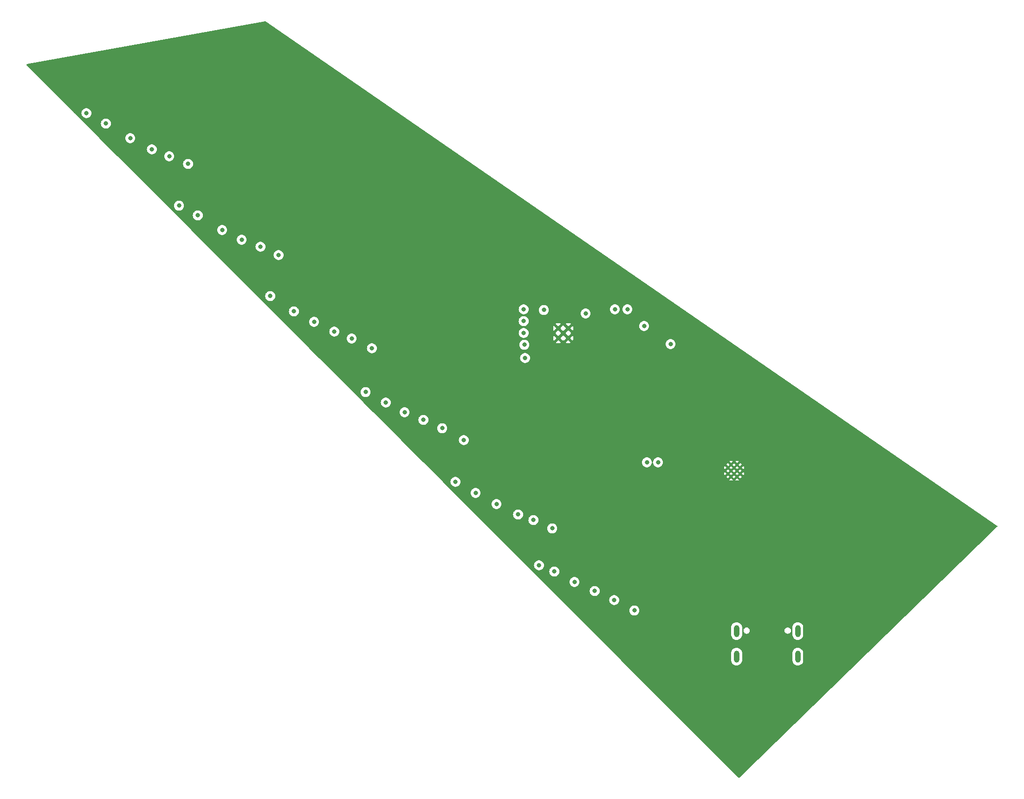
<source format=gbr>
%TF.GenerationSoftware,KiCad,Pcbnew,(7.0.0)*%
%TF.CreationDate,2023-03-03T17:04:13-06:00*%
%TF.ProjectId,LED Fan Blade,4c454420-4661-46e2-9042-6c6164652e6b,rev?*%
%TF.SameCoordinates,Original*%
%TF.FileFunction,Copper,L2,Inr*%
%TF.FilePolarity,Positive*%
%FSLAX46Y46*%
G04 Gerber Fmt 4.6, Leading zero omitted, Abs format (unit mm)*
G04 Created by KiCad (PCBNEW (7.0.0)) date 2023-03-03 17:04:13*
%MOMM*%
%LPD*%
G01*
G04 APERTURE LIST*
G04 Aperture macros list*
%AMRoundRect*
0 Rectangle with rounded corners*
0 $1 Rounding radius*
0 $2 $3 $4 $5 $6 $7 $8 $9 X,Y pos of 4 corners*
0 Add a 4 corners polygon primitive as box body*
4,1,4,$2,$3,$4,$5,$6,$7,$8,$9,$2,$3,0*
0 Add four circle primitives for the rounded corners*
1,1,$1+$1,$2,$3*
1,1,$1+$1,$4,$5*
1,1,$1+$1,$6,$7*
1,1,$1+$1,$8,$9*
0 Add four rect primitives between the rounded corners*
20,1,$1+$1,$2,$3,$4,$5,0*
20,1,$1+$1,$4,$5,$6,$7,0*
20,1,$1+$1,$6,$7,$8,$9,0*
20,1,$1+$1,$8,$9,$2,$3,0*%
G04 Aperture macros list end*
%TA.AperFunction,ComponentPad*%
%ADD10C,0.900000*%
%TD*%
%TA.AperFunction,ComponentPad*%
%ADD11RoundRect,0.500000X0.000000X-0.600000X0.000000X-0.600000X0.000000X0.600000X0.000000X0.600000X0*%
%TD*%
%TA.AperFunction,ComponentPad*%
%ADD12C,0.400000*%
%TD*%
%TA.AperFunction,ViaPad*%
%ADD13C,0.800000*%
%TD*%
G04 APERTURE END LIST*
D10*
%TO.N,GND*%
%TO.C,LED-Driver1*%
X115184000Y-76870000D03*
X113384000Y-76870000D03*
X115184000Y-78670000D03*
X113384000Y-78670000D03*
%TD*%
D11*
%TO.N,Net-(USB-C1-SHIELD)*%
%TO.C,USB-C1*%
X145894000Y-132152500D03*
X145894000Y-136822500D03*
X157054000Y-132152500D03*
X157054000Y-136832500D03*
%TD*%
D12*
%TO.N,GND*%
%TO.C,ESP1*%
X144890500Y-101768000D03*
X145990500Y-101768000D03*
X144340500Y-102318000D03*
X145440500Y-102318000D03*
X146540500Y-102318000D03*
X144890500Y-102868000D03*
X145990500Y-102868000D03*
X144340500Y-103418000D03*
X145440500Y-103418000D03*
X146540500Y-103418000D03*
X144890500Y-103968000D03*
X145990500Y-103968000D03*
%TD*%
D13*
%TO.N,SW4<-->LED(24-29)*%
X123571000Y-126492000D03*
%TO.N,SW3<-->LED(18-23)*%
X120015000Y-124841000D03*
%TO.N,SW2<-->LED(12-17)*%
X116332000Y-123190000D03*
%TO.N,SW1<-->LED(6-11)*%
X112649000Y-121285000D03*
%TO.N,SWO<-->LED(0-5)*%
X109855000Y-120142000D03*
%TO.N,SW4<-->LED(24-29)*%
X108839000Y-111887000D03*
%TO.N,SW3<-->LED(18-23)*%
X106045000Y-110871000D03*
%TO.N,SW2<-->LED(12-17)*%
X102108000Y-108966000D03*
%TO.N,SW1<-->LED(6-11)*%
X98298000Y-106934000D03*
%TO.N,SWO<-->LED(0-5)*%
X94615000Y-104902000D03*
%TO.N,SW4<-->LED(24-29)*%
X92202000Y-95123000D03*
%TO.N,SW3<-->LED(18-23)*%
X88773000Y-93599000D03*
%TO.N,SW2<-->LED(12-17)*%
X85344000Y-92202000D03*
%TO.N,SW1<-->LED(6-11)*%
X81915000Y-90424000D03*
%TO.N,SWO<-->LED(0-5)*%
X78232000Y-88519000D03*
%TO.N,SW4<-->LED(24-29)*%
X75692000Y-78740000D03*
%TO.N,SW3<-->LED(18-23)*%
X72517000Y-77470000D03*
%TO.N,SW2<-->LED(12-17)*%
X68834000Y-75692000D03*
%TO.N,SW1<-->LED(6-11)*%
X65151000Y-73787000D03*
%TO.N,SWO<-->LED(0-5)*%
X60833000Y-70993000D03*
%TO.N,SW4<-->LED(24-29)*%
X59055000Y-61976000D03*
%TO.N,SW3<-->LED(18-23)*%
X55626000Y-60706000D03*
%TO.N,SW2<-->LED(12-17)*%
X52070000Y-58928000D03*
%TO.N,SW1<-->LED(6-11)*%
X47625000Y-56261000D03*
%TO.N,SWO<-->LED(0-5)*%
X44196000Y-54483000D03*
%TO.N,SW4<-->LED(24-29)*%
X42418000Y-45466000D03*
%TO.N,SW3<-->LED(18-23)*%
X39243000Y-44196000D03*
%TO.N,SW2<-->LED(12-17)*%
X35306000Y-42164000D03*
%TO.N,SW1<-->LED(6-11)*%
X30861000Y-39497000D03*
%TO.N,SWO<-->LED(0-5)*%
X27305000Y-37592000D03*
X110744000Y-73533000D03*
%TO.N,SW1<-->LED(6-11)*%
X107061000Y-73406000D03*
%TO.N,SW5<-->LED(30-35)*%
X107315000Y-82296000D03*
%TO.N,SW4<-->LED(24-29)*%
X107188000Y-79883000D03*
%TO.N,SW3<-->LED(18-23)*%
X107061000Y-77724000D03*
%TO.N,SW2<-->LED(12-17)*%
X107061000Y-75565000D03*
%TO.N,SW5<-->LED(30-35)*%
X62357000Y-63500000D03*
X45847000Y-46863000D03*
X79375000Y-80518000D03*
X96139000Y-97282000D03*
X112268000Y-113411000D03*
X127254000Y-128397000D03*
%TO.N,GND*%
X118872000Y-81788000D03*
X156718000Y-128016000D03*
X148082000Y-128016000D03*
%TO.N,MISO*%
X131572000Y-101346000D03*
X125984000Y-73406000D03*
%TO.N,SS*%
X129540000Y-101346000D03*
X123698000Y-73406000D03*
%TO.N,VSYNC*%
X129032000Y-76454000D03*
X133858000Y-79756000D03*
%TO.N,+5V*%
X118364000Y-74168000D03*
%TD*%
%TA.AperFunction,Conductor*%
%TO.N,GND*%
G36*
X59941744Y-20838432D02*
G01*
X59985978Y-20857577D01*
X193423034Y-112944366D01*
X193459885Y-112984240D01*
X193476167Y-113036036D01*
X193468759Y-113089823D01*
X193439082Y-113135290D01*
X146391755Y-158917904D01*
X146336241Y-158949107D01*
X146272561Y-158948643D01*
X146217509Y-158916632D01*
X124820483Y-137477814D01*
X144893500Y-137477814D01*
X144893501Y-137480536D01*
X144893742Y-137483249D01*
X144893743Y-137483267D01*
X144903592Y-137594050D01*
X144904114Y-137599918D01*
X144905731Y-137605570D01*
X144905733Y-137605579D01*
X144908595Y-137615580D01*
X144960091Y-137795549D01*
X145054302Y-137975907D01*
X145182891Y-138133609D01*
X145340593Y-138262198D01*
X145520951Y-138356409D01*
X145716582Y-138412386D01*
X145835963Y-138423000D01*
X145952036Y-138422999D01*
X146071418Y-138412386D01*
X146267049Y-138356409D01*
X146447407Y-138262198D01*
X146605109Y-138133609D01*
X146733698Y-137975907D01*
X146827909Y-137795549D01*
X146883886Y-137599918D01*
X146893853Y-137487814D01*
X156053500Y-137487814D01*
X156053501Y-137490536D01*
X156053742Y-137493249D01*
X156053743Y-137493267D01*
X156062703Y-137594050D01*
X156064114Y-137609918D01*
X156065731Y-137615570D01*
X156065733Y-137615579D01*
X156118360Y-137799501D01*
X156120091Y-137805549D01*
X156123004Y-137811125D01*
X156206165Y-137970331D01*
X156214302Y-137985907D01*
X156342891Y-138143609D01*
X156500593Y-138272198D01*
X156680951Y-138366409D01*
X156876582Y-138422386D01*
X156995963Y-138433000D01*
X157112036Y-138432999D01*
X157231418Y-138422386D01*
X157427049Y-138366409D01*
X157607407Y-138272198D01*
X157765109Y-138143609D01*
X157893698Y-137985907D01*
X157987909Y-137805549D01*
X158043886Y-137609918D01*
X158054500Y-137490537D01*
X158054499Y-136174464D01*
X158043886Y-136055082D01*
X157987909Y-135859451D01*
X157893698Y-135679093D01*
X157765109Y-135521391D01*
X157607407Y-135392802D01*
X157601833Y-135389890D01*
X157601831Y-135389889D01*
X157517228Y-135345696D01*
X157427049Y-135298591D01*
X157421004Y-135296861D01*
X157421001Y-135296860D01*
X157237080Y-135244234D01*
X157237079Y-135244233D01*
X157231418Y-135242614D01*
X157225552Y-135242092D01*
X157225550Y-135242092D01*
X157114766Y-135232242D01*
X157114751Y-135232241D01*
X157112037Y-135232000D01*
X157109294Y-135232000D01*
X156998708Y-135232000D01*
X156998685Y-135232000D01*
X156995964Y-135232001D01*
X156993252Y-135232242D01*
X156993231Y-135232243D01*
X156882448Y-135242092D01*
X156882442Y-135242092D01*
X156876582Y-135242614D01*
X156870930Y-135244230D01*
X156870920Y-135244233D01*
X156686998Y-135296860D01*
X156686991Y-135296862D01*
X156680951Y-135298591D01*
X156675375Y-135301503D01*
X156675374Y-135301504D01*
X156506168Y-135389889D01*
X156506161Y-135389893D01*
X156500593Y-135392802D01*
X156495724Y-135396771D01*
X156495718Y-135396776D01*
X156347760Y-135517420D01*
X156347755Y-135517424D01*
X156342891Y-135521391D01*
X156338924Y-135526255D01*
X156338920Y-135526260D01*
X156218276Y-135674218D01*
X156218271Y-135674224D01*
X156214302Y-135679093D01*
X156211393Y-135684661D01*
X156211389Y-135684668D01*
X156123004Y-135853874D01*
X156120091Y-135859451D01*
X156118362Y-135865491D01*
X156118360Y-135865498D01*
X156068595Y-136039420D01*
X156064114Y-136055082D01*
X156063592Y-136060945D01*
X156063592Y-136060949D01*
X156053742Y-136171732D01*
X156053741Y-136171750D01*
X156053500Y-136174463D01*
X156053500Y-136177205D01*
X156053500Y-136177206D01*
X156053500Y-137487792D01*
X156053500Y-137487814D01*
X146893853Y-137487814D01*
X146894500Y-137480537D01*
X146894499Y-136164464D01*
X146883886Y-136045082D01*
X146827909Y-135849451D01*
X146733698Y-135669093D01*
X146605109Y-135511391D01*
X146447407Y-135382802D01*
X146441833Y-135379890D01*
X146441831Y-135379889D01*
X146357227Y-135335696D01*
X146267049Y-135288591D01*
X146261004Y-135286861D01*
X146261001Y-135286860D01*
X146077080Y-135234234D01*
X146077079Y-135234233D01*
X146071418Y-135232614D01*
X146065552Y-135232092D01*
X146065550Y-135232092D01*
X145954766Y-135222242D01*
X145954751Y-135222241D01*
X145952037Y-135222000D01*
X145949294Y-135222000D01*
X145838708Y-135222000D01*
X145838685Y-135222000D01*
X145835964Y-135222001D01*
X145833252Y-135222242D01*
X145833231Y-135222243D01*
X145722448Y-135232092D01*
X145722442Y-135232092D01*
X145716582Y-135232614D01*
X145710930Y-135234230D01*
X145710920Y-135234233D01*
X145526998Y-135286860D01*
X145526991Y-135286862D01*
X145520951Y-135288591D01*
X145515375Y-135291503D01*
X145515374Y-135291504D01*
X145346168Y-135379889D01*
X145346161Y-135379893D01*
X145340593Y-135382802D01*
X145335724Y-135386771D01*
X145335718Y-135386776D01*
X145187760Y-135507420D01*
X145187755Y-135507424D01*
X145182891Y-135511391D01*
X145178924Y-135516255D01*
X145178920Y-135516260D01*
X145058276Y-135664218D01*
X145058271Y-135664224D01*
X145054302Y-135669093D01*
X145051393Y-135674661D01*
X145051389Y-135674668D01*
X144963004Y-135843874D01*
X144960091Y-135849451D01*
X144958362Y-135855491D01*
X144958360Y-135855498D01*
X144955499Y-135865498D01*
X144904114Y-136045082D01*
X144903592Y-136050945D01*
X144903592Y-136050949D01*
X144893742Y-136161732D01*
X144893741Y-136161750D01*
X144893500Y-136164463D01*
X144893500Y-136167205D01*
X144893500Y-136167206D01*
X144893500Y-137477792D01*
X144893500Y-137477814D01*
X124820483Y-137477814D01*
X120159586Y-132807814D01*
X144893500Y-132807814D01*
X144893501Y-132810536D01*
X144893742Y-132813249D01*
X144893743Y-132813267D01*
X144903592Y-132924050D01*
X144904114Y-132929918D01*
X144905731Y-132935570D01*
X144905733Y-132935579D01*
X144958360Y-133119501D01*
X144960091Y-133125549D01*
X145054302Y-133305907D01*
X145182891Y-133463609D01*
X145340593Y-133592198D01*
X145520951Y-133686409D01*
X145716582Y-133742386D01*
X145835963Y-133753000D01*
X145952036Y-133752999D01*
X146071418Y-133742386D01*
X146267049Y-133686409D01*
X146447407Y-133592198D01*
X146605109Y-133463609D01*
X146733698Y-133305907D01*
X146827909Y-133125549D01*
X146883886Y-132929918D01*
X146894500Y-132810537D01*
X146894500Y-132807814D01*
X156053500Y-132807814D01*
X156053501Y-132810536D01*
X156053742Y-132813249D01*
X156053743Y-132813267D01*
X156063592Y-132924050D01*
X156064114Y-132929918D01*
X156065731Y-132935570D01*
X156065733Y-132935579D01*
X156118360Y-133119501D01*
X156120091Y-133125549D01*
X156214302Y-133305907D01*
X156342891Y-133463609D01*
X156500593Y-133592198D01*
X156680951Y-133686409D01*
X156876582Y-133742386D01*
X156995963Y-133753000D01*
X157112036Y-133752999D01*
X157231418Y-133742386D01*
X157427049Y-133686409D01*
X157607407Y-133592198D01*
X157765109Y-133463609D01*
X157893698Y-133305907D01*
X157987909Y-133125549D01*
X158043886Y-132929918D01*
X158054500Y-132810537D01*
X158054499Y-131494464D01*
X158043886Y-131375082D01*
X157987909Y-131179451D01*
X157893698Y-130999093D01*
X157765109Y-130841391D01*
X157607407Y-130712802D01*
X157601833Y-130709890D01*
X157601831Y-130709889D01*
X157517227Y-130665696D01*
X157427049Y-130618591D01*
X157421004Y-130616861D01*
X157421001Y-130616860D01*
X157237080Y-130564234D01*
X157237079Y-130564233D01*
X157231418Y-130562614D01*
X157225552Y-130562092D01*
X157225550Y-130562092D01*
X157114766Y-130552242D01*
X157114751Y-130552241D01*
X157112037Y-130552000D01*
X157109294Y-130552000D01*
X156998708Y-130552000D01*
X156998685Y-130552000D01*
X156995964Y-130552001D01*
X156993252Y-130552242D01*
X156993231Y-130552243D01*
X156882448Y-130562092D01*
X156882442Y-130562092D01*
X156876582Y-130562614D01*
X156870930Y-130564230D01*
X156870920Y-130564233D01*
X156686998Y-130616860D01*
X156686991Y-130616862D01*
X156680951Y-130618591D01*
X156675375Y-130621503D01*
X156675374Y-130621504D01*
X156506168Y-130709889D01*
X156506161Y-130709893D01*
X156500593Y-130712802D01*
X156495724Y-130716771D01*
X156495718Y-130716776D01*
X156347760Y-130837420D01*
X156347755Y-130837424D01*
X156342891Y-130841391D01*
X156338924Y-130846255D01*
X156338920Y-130846260D01*
X156218276Y-130994218D01*
X156218271Y-130994224D01*
X156214302Y-130999093D01*
X156211393Y-131004661D01*
X156211389Y-131004668D01*
X156123004Y-131173874D01*
X156120091Y-131179451D01*
X156118362Y-131185491D01*
X156118360Y-131185498D01*
X156065734Y-131369419D01*
X156064114Y-131375082D01*
X156063592Y-131380945D01*
X156063592Y-131380949D01*
X156053742Y-131491732D01*
X156053741Y-131491750D01*
X156053500Y-131494463D01*
X156053500Y-131497205D01*
X156053500Y-131497206D01*
X156053500Y-132807792D01*
X156053500Y-132807814D01*
X146894500Y-132807814D01*
X146894499Y-132067500D01*
X147143534Y-132067500D01*
X147144595Y-132075559D01*
X147162251Y-132209676D01*
X147162252Y-132209682D01*
X147163313Y-132217736D01*
X147221302Y-132357733D01*
X147226245Y-132364174D01*
X147226248Y-132364180D01*
X147308605Y-132471508D01*
X147313549Y-132477951D01*
X147319991Y-132482894D01*
X147427319Y-132565251D01*
X147427322Y-132565253D01*
X147433767Y-132570198D01*
X147573764Y-132628187D01*
X147686280Y-132643000D01*
X147757667Y-132643000D01*
X147761720Y-132643000D01*
X147874236Y-132628187D01*
X148014233Y-132570198D01*
X148134451Y-132477951D01*
X148226698Y-132357733D01*
X148284687Y-132217736D01*
X148304466Y-132067500D01*
X154643534Y-132067500D01*
X154644595Y-132075559D01*
X154662251Y-132209676D01*
X154662252Y-132209682D01*
X154663313Y-132217736D01*
X154721302Y-132357733D01*
X154726245Y-132364174D01*
X154726248Y-132364180D01*
X154808605Y-132471508D01*
X154813549Y-132477951D01*
X154819991Y-132482894D01*
X154927319Y-132565251D01*
X154927322Y-132565253D01*
X154933767Y-132570198D01*
X155073764Y-132628187D01*
X155186280Y-132643000D01*
X155257667Y-132643000D01*
X155261720Y-132643000D01*
X155374236Y-132628187D01*
X155514233Y-132570198D01*
X155634451Y-132477951D01*
X155726698Y-132357733D01*
X155784687Y-132217736D01*
X155804466Y-132067500D01*
X155784687Y-131917264D01*
X155726698Y-131777267D01*
X155721753Y-131770822D01*
X155721751Y-131770819D01*
X155639394Y-131663491D01*
X155634451Y-131657049D01*
X155628008Y-131652105D01*
X155520680Y-131569748D01*
X155520674Y-131569745D01*
X155514233Y-131564802D01*
X155506724Y-131561691D01*
X155506723Y-131561691D01*
X155381745Y-131509923D01*
X155381742Y-131509922D01*
X155374236Y-131506813D01*
X155366182Y-131505752D01*
X155366176Y-131505751D01*
X155265739Y-131492529D01*
X155265737Y-131492528D01*
X155261720Y-131492000D01*
X155186280Y-131492000D01*
X155182263Y-131492528D01*
X155182260Y-131492529D01*
X155081823Y-131505751D01*
X155081815Y-131505752D01*
X155073764Y-131506813D01*
X155066259Y-131509921D01*
X155066254Y-131509923D01*
X154941276Y-131561691D01*
X154941272Y-131561693D01*
X154933767Y-131564802D01*
X154927328Y-131569742D01*
X154927319Y-131569748D01*
X154819991Y-131652105D01*
X154819987Y-131652108D01*
X154813549Y-131657049D01*
X154808608Y-131663487D01*
X154808605Y-131663491D01*
X154726248Y-131770819D01*
X154726242Y-131770828D01*
X154721302Y-131777267D01*
X154718193Y-131784772D01*
X154718191Y-131784776D01*
X154666423Y-131909754D01*
X154666421Y-131909759D01*
X154663313Y-131917264D01*
X154662252Y-131925315D01*
X154662251Y-131925323D01*
X154644760Y-132058183D01*
X154643534Y-132067500D01*
X148304466Y-132067500D01*
X148284687Y-131917264D01*
X148226698Y-131777267D01*
X148221753Y-131770822D01*
X148221751Y-131770819D01*
X148139394Y-131663491D01*
X148134451Y-131657049D01*
X148128008Y-131652105D01*
X148020680Y-131569748D01*
X148020674Y-131569745D01*
X148014233Y-131564802D01*
X148006724Y-131561691D01*
X148006723Y-131561691D01*
X147881745Y-131509923D01*
X147881742Y-131509922D01*
X147874236Y-131506813D01*
X147866182Y-131505752D01*
X147866176Y-131505751D01*
X147765739Y-131492529D01*
X147765737Y-131492528D01*
X147761720Y-131492000D01*
X147686280Y-131492000D01*
X147682263Y-131492528D01*
X147682260Y-131492529D01*
X147581823Y-131505751D01*
X147581815Y-131505752D01*
X147573764Y-131506813D01*
X147566259Y-131509921D01*
X147566254Y-131509923D01*
X147441276Y-131561691D01*
X147441272Y-131561693D01*
X147433767Y-131564802D01*
X147427328Y-131569742D01*
X147427319Y-131569748D01*
X147319991Y-131652105D01*
X147319987Y-131652108D01*
X147313549Y-131657049D01*
X147308608Y-131663487D01*
X147308605Y-131663491D01*
X147226248Y-131770819D01*
X147226242Y-131770828D01*
X147221302Y-131777267D01*
X147218193Y-131784772D01*
X147218191Y-131784776D01*
X147166423Y-131909754D01*
X147166421Y-131909759D01*
X147163313Y-131917264D01*
X147162252Y-131925315D01*
X147162251Y-131925323D01*
X147144760Y-132058183D01*
X147143534Y-132067500D01*
X146894499Y-132067500D01*
X146894499Y-131494464D01*
X146883886Y-131375082D01*
X146827909Y-131179451D01*
X146733698Y-130999093D01*
X146605109Y-130841391D01*
X146447407Y-130712802D01*
X146441833Y-130709890D01*
X146441831Y-130709889D01*
X146357227Y-130665696D01*
X146267049Y-130618591D01*
X146261004Y-130616861D01*
X146261001Y-130616860D01*
X146077080Y-130564234D01*
X146077079Y-130564233D01*
X146071418Y-130562614D01*
X146065552Y-130562092D01*
X146065550Y-130562092D01*
X145954766Y-130552242D01*
X145954751Y-130552241D01*
X145952037Y-130552000D01*
X145949294Y-130552000D01*
X145838708Y-130552000D01*
X145838685Y-130552000D01*
X145835964Y-130552001D01*
X145833252Y-130552242D01*
X145833231Y-130552243D01*
X145722448Y-130562092D01*
X145722442Y-130562092D01*
X145716582Y-130562614D01*
X145710930Y-130564230D01*
X145710920Y-130564233D01*
X145526998Y-130616860D01*
X145526991Y-130616862D01*
X145520951Y-130618591D01*
X145515375Y-130621503D01*
X145515374Y-130621504D01*
X145346168Y-130709889D01*
X145346161Y-130709893D01*
X145340593Y-130712802D01*
X145335724Y-130716771D01*
X145335718Y-130716776D01*
X145187760Y-130837420D01*
X145187755Y-130837424D01*
X145182891Y-130841391D01*
X145178924Y-130846255D01*
X145178920Y-130846260D01*
X145058276Y-130994218D01*
X145058271Y-130994224D01*
X145054302Y-130999093D01*
X145051393Y-131004661D01*
X145051389Y-131004668D01*
X144963004Y-131173874D01*
X144960091Y-131179451D01*
X144958362Y-131185491D01*
X144958360Y-131185498D01*
X144905734Y-131369419D01*
X144904114Y-131375082D01*
X144903592Y-131380945D01*
X144903592Y-131380949D01*
X144893742Y-131491732D01*
X144893741Y-131491750D01*
X144893500Y-131494463D01*
X144893500Y-131497205D01*
X144893500Y-131497206D01*
X144893500Y-132807792D01*
X144893500Y-132807814D01*
X120159586Y-132807814D01*
X115757370Y-128397000D01*
X126348540Y-128397000D01*
X126349219Y-128403460D01*
X126367646Y-128578795D01*
X126367647Y-128578803D01*
X126368326Y-128585256D01*
X126370331Y-128591428D01*
X126370333Y-128591435D01*
X126424813Y-128759105D01*
X126426821Y-128765284D01*
X126521467Y-128929216D01*
X126648129Y-129069888D01*
X126801270Y-129181151D01*
X126974197Y-129258144D01*
X127159354Y-129297500D01*
X127342143Y-129297500D01*
X127348646Y-129297500D01*
X127533803Y-129258144D01*
X127706730Y-129181151D01*
X127859871Y-129069888D01*
X127986533Y-128929216D01*
X128081179Y-128765284D01*
X128139674Y-128585256D01*
X128159460Y-128397000D01*
X128139674Y-128208744D01*
X128081179Y-128028716D01*
X127986533Y-127864784D01*
X127859871Y-127724112D01*
X127854613Y-127720292D01*
X127854611Y-127720290D01*
X127711988Y-127616669D01*
X127711987Y-127616668D01*
X127706730Y-127612849D01*
X127700792Y-127610205D01*
X127539745Y-127538501D01*
X127539740Y-127538499D01*
X127533803Y-127535856D01*
X127527444Y-127534504D01*
X127527440Y-127534503D01*
X127355008Y-127497852D01*
X127355005Y-127497851D01*
X127348646Y-127496500D01*
X127159354Y-127496500D01*
X127152995Y-127497851D01*
X127152991Y-127497852D01*
X126980559Y-127534503D01*
X126980552Y-127534505D01*
X126974197Y-127535856D01*
X126968262Y-127538498D01*
X126968254Y-127538501D01*
X126807207Y-127610205D01*
X126807202Y-127610207D01*
X126801270Y-127612849D01*
X126796016Y-127616665D01*
X126796011Y-127616669D01*
X126653388Y-127720290D01*
X126653381Y-127720295D01*
X126648129Y-127724112D01*
X126643784Y-127728937D01*
X126643779Y-127728942D01*
X126525813Y-127859956D01*
X126525808Y-127859962D01*
X126521467Y-127864784D01*
X126518222Y-127870404D01*
X126518218Y-127870410D01*
X126430069Y-128023089D01*
X126430066Y-128023094D01*
X126426821Y-128028716D01*
X126424815Y-128034888D01*
X126424813Y-128034894D01*
X126370333Y-128202564D01*
X126370331Y-128202573D01*
X126368326Y-128208744D01*
X126367648Y-128215194D01*
X126367646Y-128215204D01*
X126349962Y-128383464D01*
X126348540Y-128397000D01*
X115757370Y-128397000D01*
X113856083Y-126492000D01*
X122665540Y-126492000D01*
X122666219Y-126498460D01*
X122684646Y-126673795D01*
X122684647Y-126673803D01*
X122685326Y-126680256D01*
X122687331Y-126686428D01*
X122687333Y-126686435D01*
X122741813Y-126854105D01*
X122743821Y-126860284D01*
X122838467Y-127024216D01*
X122965129Y-127164888D01*
X123118270Y-127276151D01*
X123291197Y-127353144D01*
X123476354Y-127392500D01*
X123659143Y-127392500D01*
X123665646Y-127392500D01*
X123850803Y-127353144D01*
X124023730Y-127276151D01*
X124176871Y-127164888D01*
X124303533Y-127024216D01*
X124398179Y-126860284D01*
X124456674Y-126680256D01*
X124476460Y-126492000D01*
X124456674Y-126303744D01*
X124398179Y-126123716D01*
X124303533Y-125959784D01*
X124176871Y-125819112D01*
X124171613Y-125815292D01*
X124171611Y-125815290D01*
X124028988Y-125711669D01*
X124028987Y-125711668D01*
X124023730Y-125707849D01*
X124017792Y-125705205D01*
X123856745Y-125633501D01*
X123856740Y-125633499D01*
X123850803Y-125630856D01*
X123844444Y-125629504D01*
X123844440Y-125629503D01*
X123672008Y-125592852D01*
X123672005Y-125592851D01*
X123665646Y-125591500D01*
X123476354Y-125591500D01*
X123469995Y-125592851D01*
X123469991Y-125592852D01*
X123297559Y-125629503D01*
X123297552Y-125629505D01*
X123291197Y-125630856D01*
X123285262Y-125633498D01*
X123285254Y-125633501D01*
X123124207Y-125705205D01*
X123124202Y-125705207D01*
X123118270Y-125707849D01*
X123113016Y-125711665D01*
X123113011Y-125711669D01*
X122970388Y-125815290D01*
X122970381Y-125815295D01*
X122965129Y-125819112D01*
X122960784Y-125823937D01*
X122960779Y-125823942D01*
X122842813Y-125954956D01*
X122842808Y-125954962D01*
X122838467Y-125959784D01*
X122835222Y-125965404D01*
X122835218Y-125965410D01*
X122747069Y-126118089D01*
X122747066Y-126118094D01*
X122743821Y-126123716D01*
X122741815Y-126129888D01*
X122741813Y-126129894D01*
X122687333Y-126297564D01*
X122687331Y-126297573D01*
X122685326Y-126303744D01*
X122684648Y-126310194D01*
X122684646Y-126310204D01*
X122666962Y-126478464D01*
X122665540Y-126492000D01*
X113856083Y-126492000D01*
X112208301Y-124841000D01*
X119109540Y-124841000D01*
X119110219Y-124847460D01*
X119128646Y-125022795D01*
X119128647Y-125022803D01*
X119129326Y-125029256D01*
X119131331Y-125035428D01*
X119131333Y-125035435D01*
X119185813Y-125203105D01*
X119187821Y-125209284D01*
X119282467Y-125373216D01*
X119409129Y-125513888D01*
X119562270Y-125625151D01*
X119735197Y-125702144D01*
X119920354Y-125741500D01*
X120103143Y-125741500D01*
X120109646Y-125741500D01*
X120294803Y-125702144D01*
X120467730Y-125625151D01*
X120620871Y-125513888D01*
X120747533Y-125373216D01*
X120842179Y-125209284D01*
X120900674Y-125029256D01*
X120920460Y-124841000D01*
X120900674Y-124652744D01*
X120842179Y-124472716D01*
X120747533Y-124308784D01*
X120620871Y-124168112D01*
X120615613Y-124164292D01*
X120615611Y-124164290D01*
X120472988Y-124060669D01*
X120472987Y-124060668D01*
X120467730Y-124056849D01*
X120461792Y-124054205D01*
X120300745Y-123982501D01*
X120300740Y-123982499D01*
X120294803Y-123979856D01*
X120288444Y-123978504D01*
X120288440Y-123978503D01*
X120116008Y-123941852D01*
X120116005Y-123941851D01*
X120109646Y-123940500D01*
X119920354Y-123940500D01*
X119913995Y-123941851D01*
X119913991Y-123941852D01*
X119741559Y-123978503D01*
X119741552Y-123978505D01*
X119735197Y-123979856D01*
X119729262Y-123982498D01*
X119729254Y-123982501D01*
X119568207Y-124054205D01*
X119568202Y-124054207D01*
X119562270Y-124056849D01*
X119557016Y-124060665D01*
X119557011Y-124060669D01*
X119414388Y-124164290D01*
X119414381Y-124164295D01*
X119409129Y-124168112D01*
X119404784Y-124172937D01*
X119404779Y-124172942D01*
X119286813Y-124303956D01*
X119286808Y-124303962D01*
X119282467Y-124308784D01*
X119279222Y-124314404D01*
X119279218Y-124314410D01*
X119191069Y-124467089D01*
X119191066Y-124467094D01*
X119187821Y-124472716D01*
X119185815Y-124478888D01*
X119185813Y-124478894D01*
X119131333Y-124646564D01*
X119131331Y-124646573D01*
X119129326Y-124652744D01*
X119128648Y-124659194D01*
X119128646Y-124659204D01*
X119110962Y-124827464D01*
X119109540Y-124841000D01*
X112208301Y-124841000D01*
X110560519Y-123190000D01*
X115426540Y-123190000D01*
X115427219Y-123196460D01*
X115445646Y-123371795D01*
X115445647Y-123371803D01*
X115446326Y-123378256D01*
X115448331Y-123384428D01*
X115448333Y-123384435D01*
X115502813Y-123552105D01*
X115504821Y-123558284D01*
X115599467Y-123722216D01*
X115726129Y-123862888D01*
X115879270Y-123974151D01*
X116052197Y-124051144D01*
X116237354Y-124090500D01*
X116420143Y-124090500D01*
X116426646Y-124090500D01*
X116611803Y-124051144D01*
X116784730Y-123974151D01*
X116937871Y-123862888D01*
X117064533Y-123722216D01*
X117159179Y-123558284D01*
X117217674Y-123378256D01*
X117237460Y-123190000D01*
X117217674Y-123001744D01*
X117159179Y-122821716D01*
X117064533Y-122657784D01*
X116937871Y-122517112D01*
X116932613Y-122513292D01*
X116932611Y-122513290D01*
X116789988Y-122409669D01*
X116789987Y-122409668D01*
X116784730Y-122405849D01*
X116778792Y-122403205D01*
X116617745Y-122331501D01*
X116617740Y-122331499D01*
X116611803Y-122328856D01*
X116605444Y-122327504D01*
X116605440Y-122327503D01*
X116433008Y-122290852D01*
X116433005Y-122290851D01*
X116426646Y-122289500D01*
X116237354Y-122289500D01*
X116230995Y-122290851D01*
X116230991Y-122290852D01*
X116058559Y-122327503D01*
X116058552Y-122327505D01*
X116052197Y-122328856D01*
X116046262Y-122331498D01*
X116046254Y-122331501D01*
X115885207Y-122403205D01*
X115885202Y-122403207D01*
X115879270Y-122405849D01*
X115874016Y-122409665D01*
X115874011Y-122409669D01*
X115731388Y-122513290D01*
X115731381Y-122513295D01*
X115726129Y-122517112D01*
X115721784Y-122521937D01*
X115721779Y-122521942D01*
X115603813Y-122652956D01*
X115603808Y-122652962D01*
X115599467Y-122657784D01*
X115596222Y-122663404D01*
X115596218Y-122663410D01*
X115508069Y-122816089D01*
X115508066Y-122816094D01*
X115504821Y-122821716D01*
X115502815Y-122827888D01*
X115502813Y-122827894D01*
X115448333Y-122995564D01*
X115448331Y-122995573D01*
X115446326Y-123001744D01*
X115445648Y-123008194D01*
X115445646Y-123008204D01*
X115427962Y-123176464D01*
X115426540Y-123190000D01*
X110560519Y-123190000D01*
X108659233Y-121285000D01*
X111743540Y-121285000D01*
X111744219Y-121291460D01*
X111762646Y-121466795D01*
X111762647Y-121466803D01*
X111763326Y-121473256D01*
X111765331Y-121479428D01*
X111765333Y-121479435D01*
X111819813Y-121647105D01*
X111821821Y-121653284D01*
X111916467Y-121817216D01*
X112043129Y-121957888D01*
X112196270Y-122069151D01*
X112369197Y-122146144D01*
X112554354Y-122185500D01*
X112737143Y-122185500D01*
X112743646Y-122185500D01*
X112928803Y-122146144D01*
X113101730Y-122069151D01*
X113254871Y-121957888D01*
X113381533Y-121817216D01*
X113476179Y-121653284D01*
X113534674Y-121473256D01*
X113554460Y-121285000D01*
X113534674Y-121096744D01*
X113476179Y-120916716D01*
X113381533Y-120752784D01*
X113254871Y-120612112D01*
X113249613Y-120608292D01*
X113249611Y-120608290D01*
X113106988Y-120504669D01*
X113106987Y-120504668D01*
X113101730Y-120500849D01*
X113095792Y-120498205D01*
X112934745Y-120426501D01*
X112934740Y-120426499D01*
X112928803Y-120423856D01*
X112922444Y-120422504D01*
X112922440Y-120422503D01*
X112750008Y-120385852D01*
X112750005Y-120385851D01*
X112743646Y-120384500D01*
X112554354Y-120384500D01*
X112547995Y-120385851D01*
X112547991Y-120385852D01*
X112375559Y-120422503D01*
X112375552Y-120422505D01*
X112369197Y-120423856D01*
X112363262Y-120426498D01*
X112363254Y-120426501D01*
X112202207Y-120498205D01*
X112202202Y-120498207D01*
X112196270Y-120500849D01*
X112191016Y-120504665D01*
X112191011Y-120504669D01*
X112048388Y-120608290D01*
X112048381Y-120608295D01*
X112043129Y-120612112D01*
X112038784Y-120616937D01*
X112038779Y-120616942D01*
X111920813Y-120747956D01*
X111920808Y-120747962D01*
X111916467Y-120752784D01*
X111913222Y-120758404D01*
X111913218Y-120758410D01*
X111825069Y-120911089D01*
X111825066Y-120911094D01*
X111821821Y-120916716D01*
X111819815Y-120922888D01*
X111819813Y-120922894D01*
X111765333Y-121090564D01*
X111765331Y-121090573D01*
X111763326Y-121096744D01*
X111762648Y-121103194D01*
X111762646Y-121103204D01*
X111744962Y-121271464D01*
X111743540Y-121285000D01*
X108659233Y-121285000D01*
X107518461Y-120142000D01*
X108949540Y-120142000D01*
X108950219Y-120148460D01*
X108968646Y-120323795D01*
X108968647Y-120323803D01*
X108969326Y-120330256D01*
X108971331Y-120336428D01*
X108971333Y-120336435D01*
X109000598Y-120426501D01*
X109027821Y-120510284D01*
X109031068Y-120515908D01*
X109031069Y-120515910D01*
X109084404Y-120608290D01*
X109122467Y-120674216D01*
X109249129Y-120814888D01*
X109402270Y-120926151D01*
X109575197Y-121003144D01*
X109760354Y-121042500D01*
X109943143Y-121042500D01*
X109949646Y-121042500D01*
X110134803Y-121003144D01*
X110307730Y-120926151D01*
X110460871Y-120814888D01*
X110587533Y-120674216D01*
X110682179Y-120510284D01*
X110740674Y-120330256D01*
X110760460Y-120142000D01*
X110740674Y-119953744D01*
X110682179Y-119773716D01*
X110587533Y-119609784D01*
X110460871Y-119469112D01*
X110455613Y-119465292D01*
X110455611Y-119465290D01*
X110312988Y-119361669D01*
X110312987Y-119361668D01*
X110307730Y-119357849D01*
X110301792Y-119355205D01*
X110140745Y-119283501D01*
X110140740Y-119283499D01*
X110134803Y-119280856D01*
X110128444Y-119279504D01*
X110128440Y-119279503D01*
X109956008Y-119242852D01*
X109956005Y-119242851D01*
X109949646Y-119241500D01*
X109760354Y-119241500D01*
X109753995Y-119242851D01*
X109753991Y-119242852D01*
X109581559Y-119279503D01*
X109581552Y-119279505D01*
X109575197Y-119280856D01*
X109569262Y-119283498D01*
X109569254Y-119283501D01*
X109408207Y-119355205D01*
X109408202Y-119355207D01*
X109402270Y-119357849D01*
X109397016Y-119361665D01*
X109397011Y-119361669D01*
X109254388Y-119465290D01*
X109254381Y-119465295D01*
X109249129Y-119469112D01*
X109244784Y-119473937D01*
X109244779Y-119473942D01*
X109126813Y-119604956D01*
X109126808Y-119604962D01*
X109122467Y-119609784D01*
X109119222Y-119615404D01*
X109119218Y-119615410D01*
X109031069Y-119768089D01*
X109031066Y-119768094D01*
X109027821Y-119773716D01*
X109025815Y-119779888D01*
X109025813Y-119779894D01*
X108971333Y-119947564D01*
X108971331Y-119947573D01*
X108969326Y-119953744D01*
X108968648Y-119960194D01*
X108968646Y-119960204D01*
X108950962Y-120128464D01*
X108949540Y-120142000D01*
X107518461Y-120142000D01*
X100800581Y-113411000D01*
X111362540Y-113411000D01*
X111363219Y-113417460D01*
X111381646Y-113592795D01*
X111381647Y-113592803D01*
X111382326Y-113599256D01*
X111384331Y-113605428D01*
X111384333Y-113605435D01*
X111438813Y-113773105D01*
X111440821Y-113779284D01*
X111535467Y-113943216D01*
X111662129Y-114083888D01*
X111815270Y-114195151D01*
X111988197Y-114272144D01*
X112173354Y-114311500D01*
X112356143Y-114311500D01*
X112362646Y-114311500D01*
X112547803Y-114272144D01*
X112720730Y-114195151D01*
X112873871Y-114083888D01*
X113000533Y-113943216D01*
X113095179Y-113779284D01*
X113153674Y-113599256D01*
X113173460Y-113411000D01*
X113153674Y-113222744D01*
X113095179Y-113042716D01*
X113000533Y-112878784D01*
X112873871Y-112738112D01*
X112868613Y-112734292D01*
X112868611Y-112734290D01*
X112725988Y-112630669D01*
X112725987Y-112630668D01*
X112720730Y-112626849D01*
X112714792Y-112624205D01*
X112553745Y-112552501D01*
X112553740Y-112552499D01*
X112547803Y-112549856D01*
X112541444Y-112548504D01*
X112541440Y-112548503D01*
X112369008Y-112511852D01*
X112369005Y-112511851D01*
X112362646Y-112510500D01*
X112173354Y-112510500D01*
X112166995Y-112511851D01*
X112166991Y-112511852D01*
X111994559Y-112548503D01*
X111994552Y-112548505D01*
X111988197Y-112549856D01*
X111982262Y-112552498D01*
X111982254Y-112552501D01*
X111821207Y-112624205D01*
X111821202Y-112624207D01*
X111815270Y-112626849D01*
X111810016Y-112630665D01*
X111810011Y-112630669D01*
X111667388Y-112734290D01*
X111667381Y-112734295D01*
X111662129Y-112738112D01*
X111657784Y-112742937D01*
X111657779Y-112742942D01*
X111539813Y-112873956D01*
X111539808Y-112873962D01*
X111535467Y-112878784D01*
X111532222Y-112884404D01*
X111532218Y-112884410D01*
X111444069Y-113037089D01*
X111444066Y-113037094D01*
X111440821Y-113042716D01*
X111438815Y-113048888D01*
X111438813Y-113048894D01*
X111384333Y-113216564D01*
X111384331Y-113216573D01*
X111382326Y-113222744D01*
X111381648Y-113229194D01*
X111381646Y-113229204D01*
X111363962Y-113397464D01*
X111362540Y-113411000D01*
X100800581Y-113411000D01*
X99279552Y-111887000D01*
X107933540Y-111887000D01*
X107934219Y-111893460D01*
X107952646Y-112068795D01*
X107952647Y-112068803D01*
X107953326Y-112075256D01*
X107955331Y-112081428D01*
X107955333Y-112081435D01*
X108009813Y-112249105D01*
X108011821Y-112255284D01*
X108106467Y-112419216D01*
X108233129Y-112559888D01*
X108386270Y-112671151D01*
X108559197Y-112748144D01*
X108744354Y-112787500D01*
X108927143Y-112787500D01*
X108933646Y-112787500D01*
X109118803Y-112748144D01*
X109291730Y-112671151D01*
X109444871Y-112559888D01*
X109571533Y-112419216D01*
X109666179Y-112255284D01*
X109724674Y-112075256D01*
X109744460Y-111887000D01*
X109732179Y-111770147D01*
X109725353Y-111705204D01*
X109725352Y-111705203D01*
X109724674Y-111698744D01*
X109666179Y-111518716D01*
X109571533Y-111354784D01*
X109444871Y-111214112D01*
X109439613Y-111210292D01*
X109439611Y-111210290D01*
X109296988Y-111106669D01*
X109296987Y-111106668D01*
X109291730Y-111102849D01*
X109285792Y-111100205D01*
X109124745Y-111028501D01*
X109124740Y-111028499D01*
X109118803Y-111025856D01*
X109112444Y-111024504D01*
X109112440Y-111024503D01*
X108940008Y-110987852D01*
X108940005Y-110987851D01*
X108933646Y-110986500D01*
X108744354Y-110986500D01*
X108737995Y-110987851D01*
X108737991Y-110987852D01*
X108565559Y-111024503D01*
X108565552Y-111024505D01*
X108559197Y-111025856D01*
X108553262Y-111028498D01*
X108553254Y-111028501D01*
X108392207Y-111100205D01*
X108392202Y-111100207D01*
X108386270Y-111102849D01*
X108381016Y-111106665D01*
X108381011Y-111106669D01*
X108238388Y-111210290D01*
X108238381Y-111210295D01*
X108233129Y-111214112D01*
X108228784Y-111218937D01*
X108228779Y-111218942D01*
X108110813Y-111349956D01*
X108110808Y-111349962D01*
X108106467Y-111354784D01*
X108103222Y-111360404D01*
X108103218Y-111360410D01*
X108015069Y-111513089D01*
X108015066Y-111513094D01*
X108011821Y-111518716D01*
X108009815Y-111524888D01*
X108009813Y-111524894D01*
X107955333Y-111692564D01*
X107955331Y-111692573D01*
X107953326Y-111698744D01*
X107952648Y-111705194D01*
X107952646Y-111705204D01*
X107945821Y-111770147D01*
X107933540Y-111887000D01*
X99279552Y-111887000D01*
X98265533Y-110871000D01*
X105139540Y-110871000D01*
X105140219Y-110877460D01*
X105158646Y-111052795D01*
X105158647Y-111052803D01*
X105159326Y-111059256D01*
X105161331Y-111065428D01*
X105161333Y-111065435D01*
X105208400Y-111210290D01*
X105217821Y-111239284D01*
X105312467Y-111403216D01*
X105439129Y-111543888D01*
X105592270Y-111655151D01*
X105765197Y-111732144D01*
X105950354Y-111771500D01*
X106133143Y-111771500D01*
X106139646Y-111771500D01*
X106324803Y-111732144D01*
X106497730Y-111655151D01*
X106650871Y-111543888D01*
X106777533Y-111403216D01*
X106872179Y-111239284D01*
X106930674Y-111059256D01*
X106950460Y-110871000D01*
X106930674Y-110682744D01*
X106872179Y-110502716D01*
X106777533Y-110338784D01*
X106650871Y-110198112D01*
X106645613Y-110194292D01*
X106645611Y-110194290D01*
X106502988Y-110090669D01*
X106502987Y-110090668D01*
X106497730Y-110086849D01*
X106491792Y-110084205D01*
X106330745Y-110012501D01*
X106330740Y-110012499D01*
X106324803Y-110009856D01*
X106318444Y-110008504D01*
X106318440Y-110008503D01*
X106146008Y-109971852D01*
X106146005Y-109971851D01*
X106139646Y-109970500D01*
X105950354Y-109970500D01*
X105943995Y-109971851D01*
X105943991Y-109971852D01*
X105771559Y-110008503D01*
X105771552Y-110008505D01*
X105765197Y-110009856D01*
X105759262Y-110012498D01*
X105759254Y-110012501D01*
X105598207Y-110084205D01*
X105598202Y-110084207D01*
X105592270Y-110086849D01*
X105587016Y-110090665D01*
X105587011Y-110090669D01*
X105444388Y-110194290D01*
X105444381Y-110194295D01*
X105439129Y-110198112D01*
X105434784Y-110202937D01*
X105434779Y-110202942D01*
X105316813Y-110333956D01*
X105316808Y-110333962D01*
X105312467Y-110338784D01*
X105309222Y-110344404D01*
X105309218Y-110344410D01*
X105221069Y-110497089D01*
X105221066Y-110497094D01*
X105217821Y-110502716D01*
X105215815Y-110508888D01*
X105215813Y-110508894D01*
X105161333Y-110676564D01*
X105161331Y-110676573D01*
X105159326Y-110682744D01*
X105158648Y-110689194D01*
X105158646Y-110689204D01*
X105140962Y-110857464D01*
X105139540Y-110871000D01*
X98265533Y-110871000D01*
X96364246Y-108966000D01*
X101202540Y-108966000D01*
X101203219Y-108972460D01*
X101221646Y-109147795D01*
X101221647Y-109147803D01*
X101222326Y-109154256D01*
X101224331Y-109160428D01*
X101224333Y-109160435D01*
X101278813Y-109328105D01*
X101280821Y-109334284D01*
X101375467Y-109498216D01*
X101502129Y-109638888D01*
X101655270Y-109750151D01*
X101828197Y-109827144D01*
X102013354Y-109866500D01*
X102196143Y-109866500D01*
X102202646Y-109866500D01*
X102387803Y-109827144D01*
X102560730Y-109750151D01*
X102713871Y-109638888D01*
X102840533Y-109498216D01*
X102935179Y-109334284D01*
X102993674Y-109154256D01*
X103013460Y-108966000D01*
X102993674Y-108777744D01*
X102935179Y-108597716D01*
X102840533Y-108433784D01*
X102713871Y-108293112D01*
X102708613Y-108289292D01*
X102708611Y-108289290D01*
X102565988Y-108185669D01*
X102565987Y-108185668D01*
X102560730Y-108181849D01*
X102554792Y-108179205D01*
X102393745Y-108107501D01*
X102393740Y-108107499D01*
X102387803Y-108104856D01*
X102381444Y-108103504D01*
X102381440Y-108103503D01*
X102209008Y-108066852D01*
X102209005Y-108066851D01*
X102202646Y-108065500D01*
X102013354Y-108065500D01*
X102006995Y-108066851D01*
X102006991Y-108066852D01*
X101834559Y-108103503D01*
X101834552Y-108103505D01*
X101828197Y-108104856D01*
X101822262Y-108107498D01*
X101822254Y-108107501D01*
X101661207Y-108179205D01*
X101661202Y-108179207D01*
X101655270Y-108181849D01*
X101650016Y-108185665D01*
X101650011Y-108185669D01*
X101507388Y-108289290D01*
X101507381Y-108289295D01*
X101502129Y-108293112D01*
X101497784Y-108297937D01*
X101497779Y-108297942D01*
X101379813Y-108428956D01*
X101379808Y-108428962D01*
X101375467Y-108433784D01*
X101372222Y-108439404D01*
X101372218Y-108439410D01*
X101284069Y-108592089D01*
X101284066Y-108592094D01*
X101280821Y-108597716D01*
X101278815Y-108603888D01*
X101278813Y-108603894D01*
X101224333Y-108771564D01*
X101224331Y-108771573D01*
X101222326Y-108777744D01*
X101221648Y-108784194D01*
X101221646Y-108784204D01*
X101203962Y-108952464D01*
X101202540Y-108966000D01*
X96364246Y-108966000D01*
X94336207Y-106934000D01*
X97392540Y-106934000D01*
X97393219Y-106940460D01*
X97411646Y-107115795D01*
X97411647Y-107115803D01*
X97412326Y-107122256D01*
X97414331Y-107128428D01*
X97414333Y-107128435D01*
X97468813Y-107296105D01*
X97470821Y-107302284D01*
X97565467Y-107466216D01*
X97692129Y-107606888D01*
X97845270Y-107718151D01*
X98018197Y-107795144D01*
X98203354Y-107834500D01*
X98386143Y-107834500D01*
X98392646Y-107834500D01*
X98577803Y-107795144D01*
X98750730Y-107718151D01*
X98903871Y-107606888D01*
X99030533Y-107466216D01*
X99125179Y-107302284D01*
X99183674Y-107122256D01*
X99203460Y-106934000D01*
X99183674Y-106745744D01*
X99125179Y-106565716D01*
X99030533Y-106401784D01*
X98903871Y-106261112D01*
X98898613Y-106257292D01*
X98898611Y-106257290D01*
X98755988Y-106153669D01*
X98755987Y-106153668D01*
X98750730Y-106149849D01*
X98744792Y-106147205D01*
X98583745Y-106075501D01*
X98583740Y-106075499D01*
X98577803Y-106072856D01*
X98571444Y-106071504D01*
X98571440Y-106071503D01*
X98399008Y-106034852D01*
X98399005Y-106034851D01*
X98392646Y-106033500D01*
X98203354Y-106033500D01*
X98196995Y-106034851D01*
X98196991Y-106034852D01*
X98024559Y-106071503D01*
X98024552Y-106071505D01*
X98018197Y-106072856D01*
X98012262Y-106075498D01*
X98012254Y-106075501D01*
X97851207Y-106147205D01*
X97851202Y-106147207D01*
X97845270Y-106149849D01*
X97840016Y-106153665D01*
X97840011Y-106153669D01*
X97697388Y-106257290D01*
X97697381Y-106257295D01*
X97692129Y-106261112D01*
X97687784Y-106265937D01*
X97687779Y-106265942D01*
X97569813Y-106396956D01*
X97569808Y-106396962D01*
X97565467Y-106401784D01*
X97562222Y-106407404D01*
X97562218Y-106407410D01*
X97474069Y-106560089D01*
X97474066Y-106560094D01*
X97470821Y-106565716D01*
X97468815Y-106571888D01*
X97468813Y-106571894D01*
X97414333Y-106739564D01*
X97414331Y-106739573D01*
X97412326Y-106745744D01*
X97411648Y-106752194D01*
X97411646Y-106752204D01*
X97393962Y-106920464D01*
X97392540Y-106934000D01*
X94336207Y-106934000D01*
X92308168Y-104902000D01*
X93709540Y-104902000D01*
X93710219Y-104908460D01*
X93728646Y-105083795D01*
X93728647Y-105083803D01*
X93729326Y-105090256D01*
X93731331Y-105096428D01*
X93731333Y-105096435D01*
X93785813Y-105264105D01*
X93787821Y-105270284D01*
X93882467Y-105434216D01*
X94009129Y-105574888D01*
X94162270Y-105686151D01*
X94335197Y-105763144D01*
X94520354Y-105802500D01*
X94703143Y-105802500D01*
X94709646Y-105802500D01*
X94894803Y-105763144D01*
X95067730Y-105686151D01*
X95220871Y-105574888D01*
X95347533Y-105434216D01*
X95442179Y-105270284D01*
X95500674Y-105090256D01*
X95520460Y-104902000D01*
X95500674Y-104713744D01*
X95458236Y-104583134D01*
X144561920Y-104583134D01*
X144570450Y-104590576D01*
X144633810Y-104623831D01*
X144647735Y-104629112D01*
X144798225Y-104666205D01*
X144813004Y-104668000D01*
X144967996Y-104668000D01*
X144982774Y-104666205D01*
X145133268Y-104629111D01*
X145147184Y-104623833D01*
X145210550Y-104590576D01*
X145219078Y-104583134D01*
X145661920Y-104583134D01*
X145670450Y-104590576D01*
X145733810Y-104623831D01*
X145747735Y-104629112D01*
X145898225Y-104666205D01*
X145913004Y-104668000D01*
X146067996Y-104668000D01*
X146082774Y-104666205D01*
X146233268Y-104629111D01*
X146247184Y-104623833D01*
X146310550Y-104590576D01*
X146319078Y-104583134D01*
X146313147Y-104573489D01*
X146002042Y-104262384D01*
X145990500Y-104255720D01*
X145978956Y-104262385D01*
X145667851Y-104573489D01*
X145661920Y-104583134D01*
X145219078Y-104583134D01*
X145213147Y-104573489D01*
X144902042Y-104262384D01*
X144890500Y-104255720D01*
X144878956Y-104262385D01*
X144567851Y-104573489D01*
X144561920Y-104583134D01*
X95458236Y-104583134D01*
X95442179Y-104533716D01*
X95347533Y-104369784D01*
X95274506Y-104288680D01*
X95225220Y-104233942D01*
X95225219Y-104233941D01*
X95220871Y-104229112D01*
X95215613Y-104225292D01*
X95215611Y-104225290D01*
X95072988Y-104121669D01*
X95072987Y-104121668D01*
X95067730Y-104117849D01*
X95061792Y-104115205D01*
X94900745Y-104043501D01*
X94900740Y-104043499D01*
X94894803Y-104040856D01*
X94888444Y-104039504D01*
X94888440Y-104039503D01*
X94858476Y-104033134D01*
X144011920Y-104033134D01*
X144020450Y-104040576D01*
X144083812Y-104073832D01*
X144097737Y-104079113D01*
X144129692Y-104086989D01*
X144182245Y-104114570D01*
X144215961Y-104163414D01*
X144263468Y-104288679D01*
X144267002Y-104295412D01*
X144272115Y-104300153D01*
X144281418Y-104294238D01*
X144596113Y-103979542D01*
X144602778Y-103967998D01*
X145178220Y-103967998D01*
X145184885Y-103979542D01*
X145428956Y-104223613D01*
X145440500Y-104230278D01*
X145452042Y-104223614D01*
X145696113Y-103979542D01*
X145702778Y-103967998D01*
X146278220Y-103967998D01*
X146284885Y-103979542D01*
X146599578Y-104294236D01*
X146608883Y-104300153D01*
X146613997Y-104295411D01*
X146617531Y-104288680D01*
X146665038Y-104163415D01*
X146698754Y-104114570D01*
X146751308Y-104086988D01*
X146783264Y-104079112D01*
X146797189Y-104073831D01*
X146860550Y-104040576D01*
X146869078Y-104033134D01*
X146863147Y-104023489D01*
X146552042Y-103712384D01*
X146540500Y-103705720D01*
X146528957Y-103712384D01*
X146441504Y-103799838D01*
X146284884Y-103956456D01*
X146278220Y-103967998D01*
X145702778Y-103967998D01*
X145696114Y-103956456D01*
X145452042Y-103712384D01*
X145440500Y-103705720D01*
X145428957Y-103712384D01*
X145341504Y-103799838D01*
X145184884Y-103956456D01*
X145178220Y-103967998D01*
X144602778Y-103967998D01*
X144596114Y-103956456D01*
X144352042Y-103712384D01*
X144340500Y-103705720D01*
X144328956Y-103712385D01*
X144017851Y-104023489D01*
X144011920Y-104033134D01*
X94858476Y-104033134D01*
X94716008Y-104002852D01*
X94716005Y-104002851D01*
X94709646Y-104001500D01*
X94520354Y-104001500D01*
X94513995Y-104002851D01*
X94513991Y-104002852D01*
X94341559Y-104039503D01*
X94341552Y-104039505D01*
X94335197Y-104040856D01*
X94329262Y-104043498D01*
X94329254Y-104043501D01*
X94168207Y-104115205D01*
X94168202Y-104115207D01*
X94162270Y-104117849D01*
X94157016Y-104121665D01*
X94157011Y-104121669D01*
X94014388Y-104225290D01*
X94014381Y-104225295D01*
X94009129Y-104229112D01*
X94004784Y-104233937D01*
X94004779Y-104233942D01*
X93886813Y-104364956D01*
X93886808Y-104364962D01*
X93882467Y-104369784D01*
X93879222Y-104375404D01*
X93879218Y-104375410D01*
X93791069Y-104528089D01*
X93791066Y-104528094D01*
X93787821Y-104533716D01*
X93785815Y-104539888D01*
X93785813Y-104539894D01*
X93731333Y-104707564D01*
X93731331Y-104707573D01*
X93729326Y-104713744D01*
X93728648Y-104720194D01*
X93728646Y-104720204D01*
X93710962Y-104888464D01*
X93709540Y-104902000D01*
X92308168Y-104902000D01*
X90834492Y-103425445D01*
X143636263Y-103425445D01*
X143654944Y-103579303D01*
X143658509Y-103593765D01*
X143713467Y-103738677D01*
X143717002Y-103745412D01*
X143722115Y-103750153D01*
X143731418Y-103744238D01*
X144046114Y-103429542D01*
X144052778Y-103418000D01*
X144628220Y-103418000D01*
X144634884Y-103429542D01*
X144738022Y-103532680D01*
X144878956Y-103673613D01*
X144890499Y-103680278D01*
X144902043Y-103673613D01*
X145042978Y-103532680D01*
X145042978Y-103532681D01*
X145042979Y-103532680D01*
X145042978Y-103532680D01*
X145146113Y-103429543D01*
X145152778Y-103418000D01*
X145728220Y-103418000D01*
X145734884Y-103429542D01*
X145838022Y-103532680D01*
X145978956Y-103673613D01*
X145990499Y-103680278D01*
X146002043Y-103673613D01*
X146142978Y-103532680D01*
X146142978Y-103532681D01*
X146142979Y-103532680D01*
X146142978Y-103532680D01*
X146246113Y-103429543D01*
X146252778Y-103418000D01*
X146828220Y-103418000D01*
X146834884Y-103429542D01*
X147149578Y-103744236D01*
X147158882Y-103750153D01*
X147163998Y-103745411D01*
X147167531Y-103738679D01*
X147222490Y-103593765D01*
X147226055Y-103579303D01*
X147244737Y-103425445D01*
X147244737Y-103410555D01*
X147226055Y-103256696D01*
X147222490Y-103242234D01*
X147167531Y-103097320D01*
X147163997Y-103090586D01*
X147158882Y-103085844D01*
X147149581Y-103091759D01*
X146834885Y-103406456D01*
X146828220Y-103418000D01*
X146252778Y-103418000D01*
X146246113Y-103406456D01*
X146088907Y-103249249D01*
X146088907Y-103249248D01*
X146002042Y-103162384D01*
X145990499Y-103155720D01*
X145978957Y-103162384D01*
X145734884Y-103406457D01*
X145728220Y-103418000D01*
X145152778Y-103418000D01*
X145146113Y-103406456D01*
X144988907Y-103249249D01*
X144988907Y-103249248D01*
X144902042Y-103162384D01*
X144890499Y-103155720D01*
X144878957Y-103162384D01*
X144634884Y-103406457D01*
X144628220Y-103418000D01*
X144052778Y-103418000D01*
X144046113Y-103406456D01*
X143731418Y-103091760D01*
X143722116Y-103085845D01*
X143716999Y-103090590D01*
X143713469Y-103097317D01*
X143658509Y-103242234D01*
X143654944Y-103256696D01*
X143636263Y-103410555D01*
X143636263Y-103425445D01*
X90834492Y-103425445D01*
X90278134Y-102868000D01*
X144078220Y-102868000D01*
X144084884Y-102879542D01*
X144328957Y-103123614D01*
X144340499Y-103130278D01*
X144352043Y-103123613D01*
X144525253Y-102950405D01*
X144525253Y-102950404D01*
X144596113Y-102879543D01*
X144602777Y-102868000D01*
X145178220Y-102868000D01*
X145184884Y-102879542D01*
X145255747Y-102950405D01*
X145428956Y-103123613D01*
X145440499Y-103130278D01*
X145452043Y-103123613D01*
X145625253Y-102950405D01*
X145625253Y-102950404D01*
X145696113Y-102879543D01*
X145702777Y-102868000D01*
X146278220Y-102868000D01*
X146284884Y-102879542D01*
X146355747Y-102950405D01*
X146528956Y-103123613D01*
X146540500Y-103130278D01*
X146552042Y-103123614D01*
X146796114Y-102879542D01*
X146802778Y-102868000D01*
X146796113Y-102856456D01*
X146552042Y-102612384D01*
X146540500Y-102605720D01*
X146528956Y-102612385D01*
X146284884Y-102856457D01*
X146278220Y-102868000D01*
X145702777Y-102868000D01*
X145702778Y-102867999D01*
X145696115Y-102856458D01*
X145539496Y-102699838D01*
X145539496Y-102699837D01*
X145452042Y-102612384D01*
X145440500Y-102605720D01*
X145428957Y-102612384D01*
X145184884Y-102856457D01*
X145178220Y-102868000D01*
X144602777Y-102868000D01*
X144602778Y-102867999D01*
X144596115Y-102856458D01*
X144439496Y-102699838D01*
X144439496Y-102699837D01*
X144352042Y-102612384D01*
X144340500Y-102605720D01*
X144328957Y-102612384D01*
X144084885Y-102856456D01*
X144078220Y-102868000D01*
X90278134Y-102868000D01*
X89736636Y-102325445D01*
X143636263Y-102325445D01*
X143654944Y-102479303D01*
X143658509Y-102493765D01*
X143713467Y-102638677D01*
X143717002Y-102645412D01*
X143722115Y-102650153D01*
X143731418Y-102644238D01*
X144046114Y-102329542D01*
X144052778Y-102318000D01*
X144628220Y-102318000D01*
X144634884Y-102329542D01*
X144738022Y-102432680D01*
X144878956Y-102573613D01*
X144890500Y-102580278D01*
X144902043Y-102573613D01*
X145042978Y-102432680D01*
X145042978Y-102432681D01*
X145042979Y-102432680D01*
X145042978Y-102432680D01*
X145146113Y-102329543D01*
X145152777Y-102318000D01*
X145728220Y-102318000D01*
X145734884Y-102329542D01*
X145838022Y-102432680D01*
X145978956Y-102573613D01*
X145990500Y-102580278D01*
X146002043Y-102573613D01*
X146142978Y-102432680D01*
X146142978Y-102432681D01*
X146142979Y-102432680D01*
X146142978Y-102432680D01*
X146246113Y-102329543D01*
X146252777Y-102318000D01*
X146828220Y-102318000D01*
X146834884Y-102329542D01*
X147149578Y-102644236D01*
X147158882Y-102650153D01*
X147163998Y-102645411D01*
X147167531Y-102638679D01*
X147222490Y-102493765D01*
X147226055Y-102479303D01*
X147244737Y-102325445D01*
X147244737Y-102310555D01*
X147226055Y-102156696D01*
X147222490Y-102142234D01*
X147167531Y-101997320D01*
X147163997Y-101990586D01*
X147158882Y-101985844D01*
X147149581Y-101991759D01*
X146834885Y-102306456D01*
X146828220Y-102318000D01*
X146252777Y-102318000D01*
X146252778Y-102317999D01*
X146246114Y-102306457D01*
X146069809Y-102130151D01*
X146002042Y-102062384D01*
X145990499Y-102055720D01*
X145978957Y-102062384D01*
X145734884Y-102306457D01*
X145728220Y-102318000D01*
X145152777Y-102318000D01*
X145152778Y-102317999D01*
X145146114Y-102306457D01*
X144969809Y-102130151D01*
X144902042Y-102062384D01*
X144890499Y-102055720D01*
X144878957Y-102062384D01*
X144634884Y-102306457D01*
X144628220Y-102318000D01*
X144052778Y-102318000D01*
X144046113Y-102306456D01*
X143731418Y-101991760D01*
X143722116Y-101985845D01*
X143716999Y-101990590D01*
X143713469Y-101997317D01*
X143658509Y-102142234D01*
X143654944Y-102156696D01*
X143636263Y-102310555D01*
X143636263Y-102325445D01*
X89736636Y-102325445D01*
X88759100Y-101346000D01*
X128634540Y-101346000D01*
X128635219Y-101352460D01*
X128653646Y-101527795D01*
X128653647Y-101527803D01*
X128654326Y-101534256D01*
X128656331Y-101540428D01*
X128656333Y-101540435D01*
X128695886Y-101662165D01*
X128712821Y-101714284D01*
X128716068Y-101719908D01*
X128716069Y-101719910D01*
X128750497Y-101779542D01*
X128807467Y-101878216D01*
X128934129Y-102018888D01*
X129087270Y-102130151D01*
X129260197Y-102207144D01*
X129445354Y-102246500D01*
X129628143Y-102246500D01*
X129634646Y-102246500D01*
X129819803Y-102207144D01*
X129992730Y-102130151D01*
X130145871Y-102018888D01*
X130272533Y-101878216D01*
X130367179Y-101714284D01*
X130425674Y-101534256D01*
X130432679Y-101467605D01*
X130453199Y-101411227D01*
X130497785Y-101371082D01*
X130556000Y-101356567D01*
X130614215Y-101371082D01*
X130658801Y-101411227D01*
X130679321Y-101467606D01*
X130685646Y-101527795D01*
X130685647Y-101527803D01*
X130686326Y-101534256D01*
X130688331Y-101540428D01*
X130688333Y-101540435D01*
X130727886Y-101662165D01*
X130744821Y-101714284D01*
X130748068Y-101719908D01*
X130748069Y-101719910D01*
X130782497Y-101779542D01*
X130839467Y-101878216D01*
X130966129Y-102018888D01*
X131119270Y-102130151D01*
X131292197Y-102207144D01*
X131477354Y-102246500D01*
X131660143Y-102246500D01*
X131666646Y-102246500D01*
X131851803Y-102207144D01*
X132024730Y-102130151D01*
X132177871Y-102018888D01*
X132304533Y-101878216D01*
X132399179Y-101714284D01*
X132402890Y-101702864D01*
X144011920Y-101702864D01*
X144017851Y-101712509D01*
X144328957Y-102023614D01*
X144340499Y-102030278D01*
X144352043Y-102023613D01*
X144525253Y-101850405D01*
X144525253Y-101850404D01*
X144596113Y-101779543D01*
X144602777Y-101768000D01*
X145178220Y-101768000D01*
X145184884Y-101779542D01*
X145255747Y-101850405D01*
X145428956Y-102023613D01*
X145440500Y-102030278D01*
X145452043Y-102023613D01*
X145625253Y-101850405D01*
X145625253Y-101850404D01*
X145696113Y-101779543D01*
X145702777Y-101768000D01*
X146278220Y-101768000D01*
X146284884Y-101779542D01*
X146355747Y-101850405D01*
X146528956Y-102023613D01*
X146540500Y-102030278D01*
X146552042Y-102023614D01*
X146863147Y-101712509D01*
X146869078Y-101702864D01*
X146860548Y-101695422D01*
X146797183Y-101662165D01*
X146783260Y-101656885D01*
X146751303Y-101649008D01*
X146698752Y-101621427D01*
X146665038Y-101572583D01*
X146617531Y-101447320D01*
X146613997Y-101440586D01*
X146608882Y-101435844D01*
X146599581Y-101441759D01*
X146284885Y-101756456D01*
X146278220Y-101768000D01*
X145702777Y-101768000D01*
X145702778Y-101767999D01*
X145696114Y-101756457D01*
X145452042Y-101512384D01*
X145440500Y-101505720D01*
X145428956Y-101512385D01*
X145184884Y-101756457D01*
X145178220Y-101768000D01*
X144602777Y-101768000D01*
X144602778Y-101767999D01*
X144596114Y-101756457D01*
X144281418Y-101441760D01*
X144272116Y-101435845D01*
X144266999Y-101440590D01*
X144263470Y-101447315D01*
X144215961Y-101572584D01*
X144182247Y-101621427D01*
X144129697Y-101649008D01*
X144097741Y-101656885D01*
X144083811Y-101662168D01*
X144020449Y-101695422D01*
X144011920Y-101702864D01*
X132402890Y-101702864D01*
X132457674Y-101534256D01*
X132477460Y-101346000D01*
X132457674Y-101157744D01*
X132456088Y-101152864D01*
X144561920Y-101152864D01*
X144567851Y-101162509D01*
X144878956Y-101473613D01*
X144890500Y-101480278D01*
X144902042Y-101473614D01*
X145213147Y-101162509D01*
X145219078Y-101152864D01*
X145661920Y-101152864D01*
X145667851Y-101162509D01*
X145978956Y-101473613D01*
X145990500Y-101480278D01*
X146002042Y-101473614D01*
X146313147Y-101162509D01*
X146319078Y-101152864D01*
X146310548Y-101145422D01*
X146247183Y-101112165D01*
X146233267Y-101106887D01*
X146082774Y-101069794D01*
X146067996Y-101068000D01*
X145913004Y-101068000D01*
X145898225Y-101069794D01*
X145747736Y-101106887D01*
X145733811Y-101112168D01*
X145670449Y-101145422D01*
X145661920Y-101152864D01*
X145219078Y-101152864D01*
X145210548Y-101145422D01*
X145147183Y-101112165D01*
X145133267Y-101106887D01*
X144982774Y-101069794D01*
X144967996Y-101068000D01*
X144813004Y-101068000D01*
X144798225Y-101069794D01*
X144647736Y-101106887D01*
X144633811Y-101112168D01*
X144570449Y-101145422D01*
X144561920Y-101152864D01*
X132456088Y-101152864D01*
X132399179Y-100977716D01*
X132304533Y-100813784D01*
X132177871Y-100673112D01*
X132172613Y-100669292D01*
X132172611Y-100669290D01*
X132029988Y-100565669D01*
X132029987Y-100565668D01*
X132024730Y-100561849D01*
X132018792Y-100559205D01*
X131857745Y-100487501D01*
X131857740Y-100487499D01*
X131851803Y-100484856D01*
X131845444Y-100483504D01*
X131845440Y-100483503D01*
X131673008Y-100446852D01*
X131673005Y-100446851D01*
X131666646Y-100445500D01*
X131477354Y-100445500D01*
X131470995Y-100446851D01*
X131470991Y-100446852D01*
X131298559Y-100483503D01*
X131298552Y-100483505D01*
X131292197Y-100484856D01*
X131286262Y-100487498D01*
X131286254Y-100487501D01*
X131125207Y-100559205D01*
X131125202Y-100559207D01*
X131119270Y-100561849D01*
X131114016Y-100565665D01*
X131114011Y-100565669D01*
X130971388Y-100669290D01*
X130971381Y-100669295D01*
X130966129Y-100673112D01*
X130961784Y-100677937D01*
X130961779Y-100677942D01*
X130843813Y-100808956D01*
X130843808Y-100808962D01*
X130839467Y-100813784D01*
X130836222Y-100819404D01*
X130836218Y-100819410D01*
X130748069Y-100972089D01*
X130748066Y-100972094D01*
X130744821Y-100977716D01*
X130742815Y-100983888D01*
X130742813Y-100983894D01*
X130688333Y-101151564D01*
X130688331Y-101151573D01*
X130686326Y-101157744D01*
X130685648Y-101164194D01*
X130685646Y-101164204D01*
X130679321Y-101224393D01*
X130658801Y-101280772D01*
X130614215Y-101320917D01*
X130556000Y-101335432D01*
X130497785Y-101320917D01*
X130453199Y-101280772D01*
X130432679Y-101224393D01*
X130426353Y-101164204D01*
X130426352Y-101164203D01*
X130425674Y-101157744D01*
X130367179Y-100977716D01*
X130272533Y-100813784D01*
X130145871Y-100673112D01*
X130140613Y-100669292D01*
X130140611Y-100669290D01*
X129997988Y-100565669D01*
X129997987Y-100565668D01*
X129992730Y-100561849D01*
X129986792Y-100559205D01*
X129825745Y-100487501D01*
X129825740Y-100487499D01*
X129819803Y-100484856D01*
X129813444Y-100483504D01*
X129813440Y-100483503D01*
X129641008Y-100446852D01*
X129641005Y-100446851D01*
X129634646Y-100445500D01*
X129445354Y-100445500D01*
X129438995Y-100446851D01*
X129438991Y-100446852D01*
X129266559Y-100483503D01*
X129266552Y-100483505D01*
X129260197Y-100484856D01*
X129254262Y-100487498D01*
X129254254Y-100487501D01*
X129093207Y-100559205D01*
X129093202Y-100559207D01*
X129087270Y-100561849D01*
X129082016Y-100565665D01*
X129082011Y-100565669D01*
X128939388Y-100669290D01*
X128939381Y-100669295D01*
X128934129Y-100673112D01*
X128929784Y-100677937D01*
X128929779Y-100677942D01*
X128811813Y-100808956D01*
X128811808Y-100808962D01*
X128807467Y-100813784D01*
X128804222Y-100819404D01*
X128804218Y-100819410D01*
X128716069Y-100972089D01*
X128716066Y-100972094D01*
X128712821Y-100977716D01*
X128710815Y-100983888D01*
X128710813Y-100983894D01*
X128656333Y-101151564D01*
X128656331Y-101151573D01*
X128654326Y-101157744D01*
X128653648Y-101164194D01*
X128653646Y-101164204D01*
X128637176Y-101320917D01*
X128634540Y-101346000D01*
X88759100Y-101346000D01*
X84703022Y-97282000D01*
X95233540Y-97282000D01*
X95234219Y-97288460D01*
X95252646Y-97463795D01*
X95252647Y-97463803D01*
X95253326Y-97470256D01*
X95255331Y-97476428D01*
X95255333Y-97476435D01*
X95309813Y-97644105D01*
X95311821Y-97650284D01*
X95406467Y-97814216D01*
X95533129Y-97954888D01*
X95686270Y-98066151D01*
X95859197Y-98143144D01*
X96044354Y-98182500D01*
X96227143Y-98182500D01*
X96233646Y-98182500D01*
X96418803Y-98143144D01*
X96591730Y-98066151D01*
X96744871Y-97954888D01*
X96871533Y-97814216D01*
X96966179Y-97650284D01*
X97024674Y-97470256D01*
X97044460Y-97282000D01*
X97024674Y-97093744D01*
X96966179Y-96913716D01*
X96871533Y-96749784D01*
X96744871Y-96609112D01*
X96739613Y-96605292D01*
X96739611Y-96605290D01*
X96596988Y-96501669D01*
X96596987Y-96501668D01*
X96591730Y-96497849D01*
X96585792Y-96495205D01*
X96424745Y-96423501D01*
X96424740Y-96423499D01*
X96418803Y-96420856D01*
X96412444Y-96419504D01*
X96412440Y-96419503D01*
X96240008Y-96382852D01*
X96240005Y-96382851D01*
X96233646Y-96381500D01*
X96044354Y-96381500D01*
X96037995Y-96382851D01*
X96037991Y-96382852D01*
X95865559Y-96419503D01*
X95865552Y-96419505D01*
X95859197Y-96420856D01*
X95853262Y-96423498D01*
X95853254Y-96423501D01*
X95692207Y-96495205D01*
X95692202Y-96495207D01*
X95686270Y-96497849D01*
X95681016Y-96501665D01*
X95681011Y-96501669D01*
X95538388Y-96605290D01*
X95538381Y-96605295D01*
X95533129Y-96609112D01*
X95528784Y-96613937D01*
X95528779Y-96613942D01*
X95410813Y-96744956D01*
X95410808Y-96744962D01*
X95406467Y-96749784D01*
X95403222Y-96755404D01*
X95403218Y-96755410D01*
X95315069Y-96908089D01*
X95315066Y-96908094D01*
X95311821Y-96913716D01*
X95309815Y-96919888D01*
X95309813Y-96919894D01*
X95255333Y-97087564D01*
X95255331Y-97087573D01*
X95253326Y-97093744D01*
X95252648Y-97100194D01*
X95252646Y-97100204D01*
X95234962Y-97268464D01*
X95233540Y-97282000D01*
X84703022Y-97282000D01*
X82548230Y-95123000D01*
X91296540Y-95123000D01*
X91297219Y-95129460D01*
X91315646Y-95304795D01*
X91315647Y-95304803D01*
X91316326Y-95311256D01*
X91318331Y-95317428D01*
X91318333Y-95317435D01*
X91372813Y-95485105D01*
X91374821Y-95491284D01*
X91469467Y-95655216D01*
X91596129Y-95795888D01*
X91749270Y-95907151D01*
X91922197Y-95984144D01*
X92107354Y-96023500D01*
X92290143Y-96023500D01*
X92296646Y-96023500D01*
X92481803Y-95984144D01*
X92654730Y-95907151D01*
X92807871Y-95795888D01*
X92934533Y-95655216D01*
X93029179Y-95491284D01*
X93087674Y-95311256D01*
X93107460Y-95123000D01*
X93087674Y-94934744D01*
X93029179Y-94754716D01*
X92934533Y-94590784D01*
X92807871Y-94450112D01*
X92802613Y-94446292D01*
X92802611Y-94446290D01*
X92659988Y-94342669D01*
X92659987Y-94342668D01*
X92654730Y-94338849D01*
X92648792Y-94336205D01*
X92487745Y-94264501D01*
X92487740Y-94264499D01*
X92481803Y-94261856D01*
X92475444Y-94260504D01*
X92475440Y-94260503D01*
X92303008Y-94223852D01*
X92303005Y-94223851D01*
X92296646Y-94222500D01*
X92107354Y-94222500D01*
X92100995Y-94223851D01*
X92100991Y-94223852D01*
X91928559Y-94260503D01*
X91928552Y-94260505D01*
X91922197Y-94261856D01*
X91916262Y-94264498D01*
X91916254Y-94264501D01*
X91755207Y-94336205D01*
X91755202Y-94336207D01*
X91749270Y-94338849D01*
X91744016Y-94342665D01*
X91744011Y-94342669D01*
X91601388Y-94446290D01*
X91601381Y-94446295D01*
X91596129Y-94450112D01*
X91591784Y-94454937D01*
X91591779Y-94454942D01*
X91473813Y-94585956D01*
X91473808Y-94585962D01*
X91469467Y-94590784D01*
X91466222Y-94596404D01*
X91466218Y-94596410D01*
X91378069Y-94749089D01*
X91378066Y-94749094D01*
X91374821Y-94754716D01*
X91372815Y-94760888D01*
X91372813Y-94760894D01*
X91318333Y-94928564D01*
X91318331Y-94928573D01*
X91316326Y-94934744D01*
X91315648Y-94941194D01*
X91315646Y-94941204D01*
X91297962Y-95109464D01*
X91296540Y-95123000D01*
X82548230Y-95123000D01*
X81027201Y-93599000D01*
X87867540Y-93599000D01*
X87868219Y-93605460D01*
X87886646Y-93780795D01*
X87886647Y-93780803D01*
X87887326Y-93787256D01*
X87889331Y-93793428D01*
X87889333Y-93793435D01*
X87943813Y-93961105D01*
X87945821Y-93967284D01*
X88040467Y-94131216D01*
X88167129Y-94271888D01*
X88320270Y-94383151D01*
X88493197Y-94460144D01*
X88678354Y-94499500D01*
X88861143Y-94499500D01*
X88867646Y-94499500D01*
X89052803Y-94460144D01*
X89225730Y-94383151D01*
X89378871Y-94271888D01*
X89505533Y-94131216D01*
X89600179Y-93967284D01*
X89658674Y-93787256D01*
X89678460Y-93599000D01*
X89658674Y-93410744D01*
X89600179Y-93230716D01*
X89505533Y-93066784D01*
X89378871Y-92926112D01*
X89373613Y-92922292D01*
X89373611Y-92922290D01*
X89230988Y-92818669D01*
X89230987Y-92818668D01*
X89225730Y-92814849D01*
X89219792Y-92812205D01*
X89058745Y-92740501D01*
X89058740Y-92740499D01*
X89052803Y-92737856D01*
X89046444Y-92736504D01*
X89046440Y-92736503D01*
X88874008Y-92699852D01*
X88874005Y-92699851D01*
X88867646Y-92698500D01*
X88678354Y-92698500D01*
X88671995Y-92699851D01*
X88671991Y-92699852D01*
X88499559Y-92736503D01*
X88499552Y-92736505D01*
X88493197Y-92737856D01*
X88487262Y-92740498D01*
X88487254Y-92740501D01*
X88326207Y-92812205D01*
X88326202Y-92812207D01*
X88320270Y-92814849D01*
X88315016Y-92818665D01*
X88315011Y-92818669D01*
X88172388Y-92922290D01*
X88172381Y-92922295D01*
X88167129Y-92926112D01*
X88162784Y-92930937D01*
X88162779Y-92930942D01*
X88044813Y-93061956D01*
X88044808Y-93061962D01*
X88040467Y-93066784D01*
X88037222Y-93072404D01*
X88037218Y-93072410D01*
X87949069Y-93225089D01*
X87949066Y-93225094D01*
X87945821Y-93230716D01*
X87943815Y-93236888D01*
X87943813Y-93236894D01*
X87889333Y-93404564D01*
X87889331Y-93404573D01*
X87887326Y-93410744D01*
X87886648Y-93417194D01*
X87886646Y-93417204D01*
X87868962Y-93585464D01*
X87867540Y-93599000D01*
X81027201Y-93599000D01*
X79632924Y-92202000D01*
X84438540Y-92202000D01*
X84439219Y-92208460D01*
X84457646Y-92383795D01*
X84457647Y-92383803D01*
X84458326Y-92390256D01*
X84460331Y-92396428D01*
X84460333Y-92396435D01*
X84514813Y-92564105D01*
X84516821Y-92570284D01*
X84611467Y-92734216D01*
X84738129Y-92874888D01*
X84743387Y-92878708D01*
X84743388Y-92878709D01*
X84808633Y-92926112D01*
X84891270Y-92986151D01*
X85064197Y-93063144D01*
X85249354Y-93102500D01*
X85432143Y-93102500D01*
X85438646Y-93102500D01*
X85623803Y-93063144D01*
X85796730Y-92986151D01*
X85949871Y-92874888D01*
X86076533Y-92734216D01*
X86171179Y-92570284D01*
X86229674Y-92390256D01*
X86249460Y-92202000D01*
X86229674Y-92013744D01*
X86171179Y-91833716D01*
X86076533Y-91669784D01*
X85949871Y-91529112D01*
X85944613Y-91525292D01*
X85944611Y-91525290D01*
X85801988Y-91421669D01*
X85801987Y-91421668D01*
X85796730Y-91417849D01*
X85790792Y-91415205D01*
X85629745Y-91343501D01*
X85629740Y-91343499D01*
X85623803Y-91340856D01*
X85617444Y-91339504D01*
X85617440Y-91339503D01*
X85445008Y-91302852D01*
X85445005Y-91302851D01*
X85438646Y-91301500D01*
X85249354Y-91301500D01*
X85242995Y-91302851D01*
X85242991Y-91302852D01*
X85070559Y-91339503D01*
X85070552Y-91339505D01*
X85064197Y-91340856D01*
X85058262Y-91343498D01*
X85058254Y-91343501D01*
X84897207Y-91415205D01*
X84897202Y-91415207D01*
X84891270Y-91417849D01*
X84886016Y-91421665D01*
X84886011Y-91421669D01*
X84743388Y-91525290D01*
X84743381Y-91525295D01*
X84738129Y-91529112D01*
X84733784Y-91533937D01*
X84733779Y-91533942D01*
X84615813Y-91664956D01*
X84615808Y-91664962D01*
X84611467Y-91669784D01*
X84608222Y-91675404D01*
X84608218Y-91675410D01*
X84520069Y-91828089D01*
X84520066Y-91828094D01*
X84516821Y-91833716D01*
X84514815Y-91839888D01*
X84514813Y-91839894D01*
X84460333Y-92007564D01*
X84460331Y-92007573D01*
X84458326Y-92013744D01*
X84457648Y-92020194D01*
X84457646Y-92020204D01*
X84439962Y-92188464D01*
X84438540Y-92202000D01*
X79632924Y-92202000D01*
X77858390Y-90424000D01*
X81009540Y-90424000D01*
X81010219Y-90430460D01*
X81028646Y-90605795D01*
X81028647Y-90605803D01*
X81029326Y-90612256D01*
X81031331Y-90618428D01*
X81031333Y-90618435D01*
X81085813Y-90786105D01*
X81087821Y-90792284D01*
X81182467Y-90956216D01*
X81309129Y-91096888D01*
X81462270Y-91208151D01*
X81635197Y-91285144D01*
X81820354Y-91324500D01*
X82003143Y-91324500D01*
X82009646Y-91324500D01*
X82194803Y-91285144D01*
X82367730Y-91208151D01*
X82520871Y-91096888D01*
X82647533Y-90956216D01*
X82742179Y-90792284D01*
X82800674Y-90612256D01*
X82820460Y-90424000D01*
X82800674Y-90235744D01*
X82742179Y-90055716D01*
X82647533Y-89891784D01*
X82520871Y-89751112D01*
X82515613Y-89747292D01*
X82515611Y-89747290D01*
X82372988Y-89643669D01*
X82372987Y-89643668D01*
X82367730Y-89639849D01*
X82361792Y-89637205D01*
X82200745Y-89565501D01*
X82200740Y-89565499D01*
X82194803Y-89562856D01*
X82188444Y-89561504D01*
X82188440Y-89561503D01*
X82016008Y-89524852D01*
X82016005Y-89524851D01*
X82009646Y-89523500D01*
X81820354Y-89523500D01*
X81813995Y-89524851D01*
X81813991Y-89524852D01*
X81641559Y-89561503D01*
X81641552Y-89561505D01*
X81635197Y-89562856D01*
X81629262Y-89565498D01*
X81629254Y-89565501D01*
X81468207Y-89637205D01*
X81468202Y-89637207D01*
X81462270Y-89639849D01*
X81457016Y-89643665D01*
X81457011Y-89643669D01*
X81314388Y-89747290D01*
X81314381Y-89747295D01*
X81309129Y-89751112D01*
X81304784Y-89755937D01*
X81304779Y-89755942D01*
X81186813Y-89886956D01*
X81186808Y-89886962D01*
X81182467Y-89891784D01*
X81179222Y-89897404D01*
X81179218Y-89897410D01*
X81091069Y-90050089D01*
X81091066Y-90050094D01*
X81087821Y-90055716D01*
X81085815Y-90061888D01*
X81085813Y-90061894D01*
X81031333Y-90229564D01*
X81031331Y-90229573D01*
X81029326Y-90235744D01*
X81028648Y-90242194D01*
X81028646Y-90242204D01*
X81010962Y-90410464D01*
X81009540Y-90424000D01*
X77858390Y-90424000D01*
X75957103Y-88519000D01*
X77326540Y-88519000D01*
X77327219Y-88525460D01*
X77345646Y-88700795D01*
X77345647Y-88700803D01*
X77346326Y-88707256D01*
X77348331Y-88713428D01*
X77348333Y-88713435D01*
X77402813Y-88881105D01*
X77404821Y-88887284D01*
X77499467Y-89051216D01*
X77626129Y-89191888D01*
X77779270Y-89303151D01*
X77952197Y-89380144D01*
X78137354Y-89419500D01*
X78320143Y-89419500D01*
X78326646Y-89419500D01*
X78511803Y-89380144D01*
X78684730Y-89303151D01*
X78837871Y-89191888D01*
X78964533Y-89051216D01*
X79059179Y-88887284D01*
X79117674Y-88707256D01*
X79137460Y-88519000D01*
X79117674Y-88330744D01*
X79059179Y-88150716D01*
X78964533Y-87986784D01*
X78837871Y-87846112D01*
X78832613Y-87842292D01*
X78832611Y-87842290D01*
X78689988Y-87738669D01*
X78689987Y-87738668D01*
X78684730Y-87734849D01*
X78678792Y-87732205D01*
X78517745Y-87660501D01*
X78517740Y-87660499D01*
X78511803Y-87657856D01*
X78505444Y-87656504D01*
X78505440Y-87656503D01*
X78333008Y-87619852D01*
X78333005Y-87619851D01*
X78326646Y-87618500D01*
X78137354Y-87618500D01*
X78130995Y-87619851D01*
X78130991Y-87619852D01*
X77958559Y-87656503D01*
X77958552Y-87656505D01*
X77952197Y-87657856D01*
X77946262Y-87660498D01*
X77946254Y-87660501D01*
X77785207Y-87732205D01*
X77785202Y-87732207D01*
X77779270Y-87734849D01*
X77774016Y-87738665D01*
X77774011Y-87738669D01*
X77631388Y-87842290D01*
X77631381Y-87842295D01*
X77626129Y-87846112D01*
X77621784Y-87850937D01*
X77621779Y-87850942D01*
X77503813Y-87981956D01*
X77503808Y-87981962D01*
X77499467Y-87986784D01*
X77496222Y-87992404D01*
X77496218Y-87992410D01*
X77408069Y-88145089D01*
X77408066Y-88145094D01*
X77404821Y-88150716D01*
X77402815Y-88156888D01*
X77402813Y-88156894D01*
X77348333Y-88324564D01*
X77348331Y-88324573D01*
X77346326Y-88330744D01*
X77345648Y-88337194D01*
X77345646Y-88337204D01*
X77327962Y-88505464D01*
X77326540Y-88519000D01*
X75957103Y-88519000D01*
X69746233Y-82296000D01*
X106409540Y-82296000D01*
X106410219Y-82302460D01*
X106428646Y-82477795D01*
X106428647Y-82477803D01*
X106429326Y-82484256D01*
X106431331Y-82490428D01*
X106431333Y-82490435D01*
X106485813Y-82658105D01*
X106487821Y-82664284D01*
X106582467Y-82828216D01*
X106709129Y-82968888D01*
X106862270Y-83080151D01*
X107035197Y-83157144D01*
X107220354Y-83196500D01*
X107403143Y-83196500D01*
X107409646Y-83196500D01*
X107594803Y-83157144D01*
X107767730Y-83080151D01*
X107920871Y-82968888D01*
X108047533Y-82828216D01*
X108142179Y-82664284D01*
X108200674Y-82484256D01*
X108220460Y-82296000D01*
X108200674Y-82107744D01*
X108142179Y-81927716D01*
X108047533Y-81763784D01*
X107920871Y-81623112D01*
X107915613Y-81619292D01*
X107915611Y-81619290D01*
X107772988Y-81515669D01*
X107772987Y-81515668D01*
X107767730Y-81511849D01*
X107761792Y-81509205D01*
X107600745Y-81437501D01*
X107600740Y-81437499D01*
X107594803Y-81434856D01*
X107588444Y-81433504D01*
X107588440Y-81433503D01*
X107416008Y-81396852D01*
X107416005Y-81396851D01*
X107409646Y-81395500D01*
X107220354Y-81395500D01*
X107213995Y-81396851D01*
X107213991Y-81396852D01*
X107041559Y-81433503D01*
X107041552Y-81433505D01*
X107035197Y-81434856D01*
X107029262Y-81437498D01*
X107029254Y-81437501D01*
X106868207Y-81509205D01*
X106868202Y-81509207D01*
X106862270Y-81511849D01*
X106857016Y-81515665D01*
X106857011Y-81515669D01*
X106714388Y-81619290D01*
X106714381Y-81619295D01*
X106709129Y-81623112D01*
X106704784Y-81627937D01*
X106704779Y-81627942D01*
X106586813Y-81758956D01*
X106586808Y-81758962D01*
X106582467Y-81763784D01*
X106579222Y-81769404D01*
X106579218Y-81769410D01*
X106491069Y-81922089D01*
X106491066Y-81922094D01*
X106487821Y-81927716D01*
X106485815Y-81933888D01*
X106485813Y-81933894D01*
X106431333Y-82101564D01*
X106431331Y-82101573D01*
X106429326Y-82107744D01*
X106428648Y-82114194D01*
X106428646Y-82114204D01*
X106410962Y-82282464D01*
X106409540Y-82296000D01*
X69746233Y-82296000D01*
X67971699Y-80518000D01*
X78469540Y-80518000D01*
X78470219Y-80524460D01*
X78488646Y-80699795D01*
X78488647Y-80699803D01*
X78489326Y-80706256D01*
X78491331Y-80712428D01*
X78491333Y-80712435D01*
X78514424Y-80783500D01*
X78547821Y-80886284D01*
X78642467Y-81050216D01*
X78769129Y-81190888D01*
X78922270Y-81302151D01*
X79095197Y-81379144D01*
X79280354Y-81418500D01*
X79463143Y-81418500D01*
X79469646Y-81418500D01*
X79654803Y-81379144D01*
X79827730Y-81302151D01*
X79980871Y-81190888D01*
X80107533Y-81050216D01*
X80202179Y-80886284D01*
X80260674Y-80706256D01*
X80280460Y-80518000D01*
X80260674Y-80329744D01*
X80202179Y-80149716D01*
X80107533Y-79985784D01*
X80064323Y-79937795D01*
X80014985Y-79883000D01*
X106282540Y-79883000D01*
X106283219Y-79889460D01*
X106301646Y-80064795D01*
X106301647Y-80064803D01*
X106302326Y-80071256D01*
X106304331Y-80077428D01*
X106304333Y-80077435D01*
X106358813Y-80245105D01*
X106360821Y-80251284D01*
X106364068Y-80256908D01*
X106364069Y-80256910D01*
X106384930Y-80293043D01*
X106455467Y-80415216D01*
X106582129Y-80555888D01*
X106735270Y-80667151D01*
X106908197Y-80744144D01*
X107093354Y-80783500D01*
X107276143Y-80783500D01*
X107282646Y-80783500D01*
X107467803Y-80744144D01*
X107640730Y-80667151D01*
X107793871Y-80555888D01*
X107920533Y-80415216D01*
X108015179Y-80251284D01*
X108073674Y-80071256D01*
X108093460Y-79883000D01*
X108080112Y-79756000D01*
X132952540Y-79756000D01*
X132953219Y-79762460D01*
X132971646Y-79937795D01*
X132971647Y-79937803D01*
X132972326Y-79944256D01*
X132974331Y-79950428D01*
X132974333Y-79950435D01*
X133028813Y-80118105D01*
X133030821Y-80124284D01*
X133034068Y-80129908D01*
X133034069Y-80129910D01*
X133107392Y-80256910D01*
X133125467Y-80288216D01*
X133129811Y-80293041D01*
X133129813Y-80293043D01*
X133244165Y-80420043D01*
X133252129Y-80428888D01*
X133405270Y-80540151D01*
X133578197Y-80617144D01*
X133763354Y-80656500D01*
X133946143Y-80656500D01*
X133952646Y-80656500D01*
X134137803Y-80617144D01*
X134310730Y-80540151D01*
X134463871Y-80428888D01*
X134590533Y-80288216D01*
X134685179Y-80124284D01*
X134743674Y-79944256D01*
X134763460Y-79756000D01*
X134747536Y-79604486D01*
X134744353Y-79574204D01*
X134744352Y-79574203D01*
X134743674Y-79567744D01*
X134685179Y-79387716D01*
X134590533Y-79223784D01*
X134463871Y-79083112D01*
X134458613Y-79079292D01*
X134458611Y-79079290D01*
X134315988Y-78975669D01*
X134315987Y-78975668D01*
X134310730Y-78971849D01*
X134304792Y-78969205D01*
X134143745Y-78897501D01*
X134143740Y-78897499D01*
X134137803Y-78894856D01*
X134131444Y-78893504D01*
X134131440Y-78893503D01*
X133959008Y-78856852D01*
X133959005Y-78856851D01*
X133952646Y-78855500D01*
X133763354Y-78855500D01*
X133756995Y-78856851D01*
X133756991Y-78856852D01*
X133584559Y-78893503D01*
X133584552Y-78893505D01*
X133578197Y-78894856D01*
X133572262Y-78897498D01*
X133572254Y-78897501D01*
X133411207Y-78969205D01*
X133411202Y-78969207D01*
X133405270Y-78971849D01*
X133400016Y-78975665D01*
X133400011Y-78975669D01*
X133257388Y-79079290D01*
X133257381Y-79079295D01*
X133252129Y-79083112D01*
X133247784Y-79087937D01*
X133247779Y-79087942D01*
X133129813Y-79218956D01*
X133129808Y-79218962D01*
X133125467Y-79223784D01*
X133122222Y-79229404D01*
X133122218Y-79229410D01*
X133034069Y-79382089D01*
X133034066Y-79382094D01*
X133030821Y-79387716D01*
X133028815Y-79393888D01*
X133028813Y-79393894D01*
X132974333Y-79561564D01*
X132974331Y-79561573D01*
X132972326Y-79567744D01*
X132971648Y-79574194D01*
X132971646Y-79574204D01*
X132958978Y-79694744D01*
X132952540Y-79756000D01*
X108080112Y-79756000D01*
X108079433Y-79749540D01*
X108074353Y-79701204D01*
X108074352Y-79701203D01*
X108073674Y-79694744D01*
X108015179Y-79514716D01*
X108003499Y-79494486D01*
X112916759Y-79494486D01*
X112925229Y-79501975D01*
X113013317Y-79549060D01*
X113024523Y-79553701D01*
X113191936Y-79604486D01*
X113203831Y-79606852D01*
X113377938Y-79624000D01*
X113390062Y-79624000D01*
X113564168Y-79606852D01*
X113576063Y-79604486D01*
X113743476Y-79553701D01*
X113754682Y-79549060D01*
X113842769Y-79501976D01*
X113851239Y-79494486D01*
X114716759Y-79494486D01*
X114725229Y-79501975D01*
X114813317Y-79549060D01*
X114824523Y-79553701D01*
X114991936Y-79604486D01*
X115003831Y-79606852D01*
X115177938Y-79624000D01*
X115190062Y-79624000D01*
X115364168Y-79606852D01*
X115376063Y-79604486D01*
X115543476Y-79553701D01*
X115554682Y-79549060D01*
X115642769Y-79501976D01*
X115651239Y-79494486D01*
X115645307Y-79484860D01*
X115195542Y-79035095D01*
X115184000Y-79028431D01*
X115172456Y-79035096D01*
X114722691Y-79484860D01*
X114716759Y-79494486D01*
X113851239Y-79494486D01*
X113845307Y-79484860D01*
X113395542Y-79035095D01*
X113384000Y-79028431D01*
X113372456Y-79035096D01*
X112922691Y-79484860D01*
X112916759Y-79494486D01*
X108003499Y-79494486D01*
X107920533Y-79350784D01*
X107793871Y-79210112D01*
X107788613Y-79206292D01*
X107788611Y-79206290D01*
X107645988Y-79102669D01*
X107645987Y-79102668D01*
X107640730Y-79098849D01*
X107605385Y-79083112D01*
X107473745Y-79024501D01*
X107473740Y-79024499D01*
X107467803Y-79021856D01*
X107461444Y-79020504D01*
X107461440Y-79020503D01*
X107289008Y-78983852D01*
X107289005Y-78983851D01*
X107282646Y-78982500D01*
X107093354Y-78982500D01*
X107086995Y-78983851D01*
X107086991Y-78983852D01*
X106914559Y-79020503D01*
X106914552Y-79020505D01*
X106908197Y-79021856D01*
X106902262Y-79024498D01*
X106902254Y-79024501D01*
X106741207Y-79096205D01*
X106741202Y-79096207D01*
X106735270Y-79098849D01*
X106730016Y-79102665D01*
X106730011Y-79102669D01*
X106587388Y-79206290D01*
X106587381Y-79206295D01*
X106582129Y-79210112D01*
X106577784Y-79214937D01*
X106577779Y-79214942D01*
X106459813Y-79345956D01*
X106459808Y-79345962D01*
X106455467Y-79350784D01*
X106452222Y-79356404D01*
X106452218Y-79356410D01*
X106364069Y-79509089D01*
X106364066Y-79509094D01*
X106360821Y-79514716D01*
X106358815Y-79520888D01*
X106358813Y-79520894D01*
X106304333Y-79688564D01*
X106304331Y-79688573D01*
X106302326Y-79694744D01*
X106301648Y-79701194D01*
X106301646Y-79701204D01*
X106286924Y-79841290D01*
X106282540Y-79883000D01*
X80014985Y-79883000D01*
X79985220Y-79849942D01*
X79985219Y-79849941D01*
X79980871Y-79845112D01*
X79975613Y-79841292D01*
X79975611Y-79841290D01*
X79832988Y-79737669D01*
X79832987Y-79737668D01*
X79827730Y-79733849D01*
X79821792Y-79731205D01*
X79660745Y-79659501D01*
X79660740Y-79659499D01*
X79654803Y-79656856D01*
X79648444Y-79655504D01*
X79648440Y-79655503D01*
X79476008Y-79618852D01*
X79476005Y-79618851D01*
X79469646Y-79617500D01*
X79280354Y-79617500D01*
X79273995Y-79618851D01*
X79273991Y-79618852D01*
X79101559Y-79655503D01*
X79101552Y-79655505D01*
X79095197Y-79656856D01*
X79089262Y-79659498D01*
X79089254Y-79659501D01*
X78928207Y-79731205D01*
X78928202Y-79731207D01*
X78922270Y-79733849D01*
X78917016Y-79737665D01*
X78917011Y-79737669D01*
X78774388Y-79841290D01*
X78774381Y-79841295D01*
X78769129Y-79845112D01*
X78764784Y-79849937D01*
X78764779Y-79849942D01*
X78646813Y-79980956D01*
X78646808Y-79980962D01*
X78642467Y-79985784D01*
X78639222Y-79991404D01*
X78639218Y-79991410D01*
X78551069Y-80144089D01*
X78551066Y-80144094D01*
X78547821Y-80149716D01*
X78545815Y-80155888D01*
X78545813Y-80155894D01*
X78491333Y-80323564D01*
X78491331Y-80323573D01*
X78489326Y-80329744D01*
X78488648Y-80336194D01*
X78488646Y-80336204D01*
X78478504Y-80432709D01*
X78469540Y-80518000D01*
X67971699Y-80518000D01*
X66197165Y-78740000D01*
X74786540Y-78740000D01*
X74787219Y-78746460D01*
X74805646Y-78921795D01*
X74805647Y-78921803D01*
X74806326Y-78928256D01*
X74808331Y-78934428D01*
X74808333Y-78934435D01*
X74855400Y-79079290D01*
X74864821Y-79108284D01*
X74868068Y-79113908D01*
X74868069Y-79113910D01*
X74921404Y-79206290D01*
X74959467Y-79272216D01*
X75086129Y-79412888D01*
X75239270Y-79524151D01*
X75412197Y-79601144D01*
X75597354Y-79640500D01*
X75780143Y-79640500D01*
X75786646Y-79640500D01*
X75971803Y-79601144D01*
X76144730Y-79524151D01*
X76297871Y-79412888D01*
X76424533Y-79272216D01*
X76519179Y-79108284D01*
X76577674Y-78928256D01*
X76597460Y-78740000D01*
X76590740Y-78676062D01*
X112430000Y-78676062D01*
X112447147Y-78850168D01*
X112449513Y-78862063D01*
X112500299Y-79029480D01*
X112504938Y-79040680D01*
X112552022Y-79128767D01*
X112559513Y-79137239D01*
X112569137Y-79131308D01*
X113018904Y-78681542D01*
X113025568Y-78670000D01*
X113742431Y-78670000D01*
X113749095Y-78681542D01*
X114198860Y-79131307D01*
X114209452Y-79137834D01*
X114234488Y-79127823D01*
X114234998Y-79129098D01*
X114249453Y-79119944D01*
X114318528Y-79119939D01*
X114333000Y-79129102D01*
X114333512Y-79127823D01*
X114358546Y-79137834D01*
X114369137Y-79131308D01*
X114818904Y-78681542D01*
X114825568Y-78670000D01*
X115542431Y-78670000D01*
X115549095Y-78681542D01*
X115998860Y-79131307D01*
X116008486Y-79137239D01*
X116015976Y-79128769D01*
X116063060Y-79040682D01*
X116067701Y-79029476D01*
X116118486Y-78862063D01*
X116120852Y-78850168D01*
X116138000Y-78676062D01*
X116138000Y-78663938D01*
X116120852Y-78489831D01*
X116118486Y-78477936D01*
X116067701Y-78310523D01*
X116063060Y-78299317D01*
X116015975Y-78211229D01*
X116008486Y-78202759D01*
X115998860Y-78208691D01*
X115549096Y-78658456D01*
X115542431Y-78670000D01*
X114825568Y-78670000D01*
X114818904Y-78658457D01*
X114369136Y-78208689D01*
X114358547Y-78202164D01*
X114333514Y-78212176D01*
X114333001Y-78210894D01*
X114318518Y-78220063D01*
X114249448Y-78220054D01*
X114234997Y-78210901D01*
X114234488Y-78212176D01*
X114209452Y-78202164D01*
X114198860Y-78208691D01*
X113749096Y-78658456D01*
X113742431Y-78670000D01*
X113025568Y-78670000D01*
X113018904Y-78658457D01*
X112569136Y-78208689D01*
X112559513Y-78202759D01*
X112552022Y-78211231D01*
X112504938Y-78299319D01*
X112500299Y-78310519D01*
X112449513Y-78477936D01*
X112447147Y-78489831D01*
X112430000Y-78663938D01*
X112430000Y-78676062D01*
X76590740Y-78676062D01*
X76585179Y-78623147D01*
X76578353Y-78558204D01*
X76578352Y-78558203D01*
X76577674Y-78551744D01*
X76519179Y-78371716D01*
X76424533Y-78207784D01*
X76420008Y-78202759D01*
X76302220Y-78071942D01*
X76302219Y-78071941D01*
X76297871Y-78067112D01*
X76292613Y-78063292D01*
X76292611Y-78063290D01*
X76149988Y-77959669D01*
X76149987Y-77959668D01*
X76144730Y-77955849D01*
X76138792Y-77953205D01*
X75977745Y-77881501D01*
X75977740Y-77881499D01*
X75971803Y-77878856D01*
X75965444Y-77877504D01*
X75965440Y-77877503D01*
X75793008Y-77840852D01*
X75793005Y-77840851D01*
X75786646Y-77839500D01*
X75597354Y-77839500D01*
X75590995Y-77840851D01*
X75590991Y-77840852D01*
X75418559Y-77877503D01*
X75418552Y-77877505D01*
X75412197Y-77878856D01*
X75406262Y-77881498D01*
X75406254Y-77881501D01*
X75245207Y-77953205D01*
X75245202Y-77953207D01*
X75239270Y-77955849D01*
X75234016Y-77959665D01*
X75234011Y-77959669D01*
X75091388Y-78063290D01*
X75091381Y-78063295D01*
X75086129Y-78067112D01*
X75081784Y-78071937D01*
X75081779Y-78071942D01*
X74963813Y-78202956D01*
X74963808Y-78202962D01*
X74959467Y-78207784D01*
X74956222Y-78213404D01*
X74956218Y-78213410D01*
X74868069Y-78366089D01*
X74868066Y-78366094D01*
X74864821Y-78371716D01*
X74862815Y-78377888D01*
X74862813Y-78377894D01*
X74808333Y-78545564D01*
X74808331Y-78545573D01*
X74806326Y-78551744D01*
X74805648Y-78558194D01*
X74805646Y-78558204D01*
X74798821Y-78623147D01*
X74786540Y-78740000D01*
X66197165Y-78740000D01*
X64929641Y-77470000D01*
X71611540Y-77470000D01*
X71612219Y-77476460D01*
X71630646Y-77651795D01*
X71630647Y-77651803D01*
X71631326Y-77658256D01*
X71633331Y-77664428D01*
X71633333Y-77664435D01*
X71683722Y-77819514D01*
X71689821Y-77838284D01*
X71693068Y-77843908D01*
X71693069Y-77843910D01*
X71759902Y-77959669D01*
X71784467Y-78002216D01*
X71788811Y-78007041D01*
X71788813Y-78007043D01*
X71906779Y-78138057D01*
X71911129Y-78142888D01*
X72064270Y-78254151D01*
X72237197Y-78331144D01*
X72422354Y-78370500D01*
X72605143Y-78370500D01*
X72611646Y-78370500D01*
X72796803Y-78331144D01*
X72969730Y-78254151D01*
X73122871Y-78142888D01*
X73249533Y-78002216D01*
X73344179Y-77838284D01*
X73381312Y-77724000D01*
X106155540Y-77724000D01*
X106156219Y-77730460D01*
X106174646Y-77905795D01*
X106174647Y-77905803D01*
X106175326Y-77912256D01*
X106177331Y-77918428D01*
X106177333Y-77918435D01*
X106206124Y-78007043D01*
X106233821Y-78092284D01*
X106237068Y-78097908D01*
X106237069Y-78097910D01*
X106325068Y-78250330D01*
X106328467Y-78256216D01*
X106332811Y-78261041D01*
X106332813Y-78261043D01*
X106397150Y-78332496D01*
X106455129Y-78396888D01*
X106608270Y-78508151D01*
X106781197Y-78585144D01*
X106966354Y-78624500D01*
X107149143Y-78624500D01*
X107155646Y-78624500D01*
X107340803Y-78585144D01*
X107513730Y-78508151D01*
X107666871Y-78396888D01*
X107793533Y-78256216D01*
X107888179Y-78092284D01*
X107946674Y-77912256D01*
X107953790Y-77844547D01*
X112916164Y-77844547D01*
X112922689Y-77855136D01*
X113372457Y-78304904D01*
X113384000Y-78311568D01*
X113395542Y-78304904D01*
X113845308Y-77855137D01*
X113851833Y-77844547D01*
X114716164Y-77844547D01*
X114722689Y-77855136D01*
X115172457Y-78304904D01*
X115184000Y-78311568D01*
X115195542Y-78304904D01*
X115645308Y-77855137D01*
X115651834Y-77844546D01*
X115641823Y-77819512D01*
X115643102Y-77819000D01*
X115633939Y-77804528D01*
X115633944Y-77735453D01*
X115643098Y-77720998D01*
X115641823Y-77720488D01*
X115651834Y-77695452D01*
X115645307Y-77684860D01*
X115195542Y-77235095D01*
X115184000Y-77228431D01*
X115172456Y-77235096D01*
X114722691Y-77684860D01*
X114716164Y-77695452D01*
X114726176Y-77720488D01*
X114724901Y-77720997D01*
X114734054Y-77735448D01*
X114734063Y-77804518D01*
X114724894Y-77819001D01*
X114726176Y-77819514D01*
X114716164Y-77844547D01*
X113851833Y-77844547D01*
X113851834Y-77844546D01*
X113841823Y-77819512D01*
X113843102Y-77819000D01*
X113833939Y-77804528D01*
X113833944Y-77735453D01*
X113843098Y-77720998D01*
X113841823Y-77720488D01*
X113851834Y-77695452D01*
X113845307Y-77684860D01*
X113395542Y-77235095D01*
X113384000Y-77228431D01*
X113372456Y-77235096D01*
X112922691Y-77684860D01*
X112916164Y-77695452D01*
X112926176Y-77720488D01*
X112924901Y-77720997D01*
X112934054Y-77735448D01*
X112934063Y-77804518D01*
X112924894Y-77819001D01*
X112926176Y-77819514D01*
X112916164Y-77844547D01*
X107953790Y-77844547D01*
X107966460Y-77724000D01*
X107946674Y-77535744D01*
X107888179Y-77355716D01*
X107793533Y-77191784D01*
X107666871Y-77051112D01*
X107661613Y-77047292D01*
X107661611Y-77047290D01*
X107518988Y-76943669D01*
X107518987Y-76943668D01*
X107513730Y-76939849D01*
X107507792Y-76937205D01*
X107370465Y-76876062D01*
X112430000Y-76876062D01*
X112447147Y-77050168D01*
X112449513Y-77062063D01*
X112500299Y-77229480D01*
X112504938Y-77240680D01*
X112552022Y-77328767D01*
X112559513Y-77337239D01*
X112569137Y-77331308D01*
X113018904Y-76881542D01*
X113025568Y-76870000D01*
X113742431Y-76870000D01*
X113749095Y-76881542D01*
X114198860Y-77331307D01*
X114209452Y-77337834D01*
X114234488Y-77327823D01*
X114234998Y-77329098D01*
X114249453Y-77319944D01*
X114318528Y-77319939D01*
X114333000Y-77329102D01*
X114333512Y-77327823D01*
X114358546Y-77337834D01*
X114369137Y-77331308D01*
X114818904Y-76881542D01*
X114825568Y-76870000D01*
X115542431Y-76870000D01*
X115549095Y-76881542D01*
X115998860Y-77331307D01*
X116008486Y-77337239D01*
X116015976Y-77328769D01*
X116063060Y-77240682D01*
X116067701Y-77229476D01*
X116118486Y-77062063D01*
X116120852Y-77050168D01*
X116138000Y-76876062D01*
X116138000Y-76863938D01*
X116120852Y-76689831D01*
X116118486Y-76677936D01*
X116067701Y-76510523D01*
X116063060Y-76499317D01*
X116038837Y-76454000D01*
X128126540Y-76454000D01*
X128127219Y-76460460D01*
X128145646Y-76635795D01*
X128145647Y-76635803D01*
X128146326Y-76642256D01*
X128148331Y-76648428D01*
X128148333Y-76648435D01*
X128161784Y-76689831D01*
X128204821Y-76822284D01*
X128208068Y-76827908D01*
X128208069Y-76827910D01*
X128274902Y-76943669D01*
X128299467Y-76986216D01*
X128426129Y-77126888D01*
X128579270Y-77238151D01*
X128752197Y-77315144D01*
X128937354Y-77354500D01*
X129120143Y-77354500D01*
X129126646Y-77354500D01*
X129311803Y-77315144D01*
X129484730Y-77238151D01*
X129637871Y-77126888D01*
X129764533Y-76986216D01*
X129859179Y-76822284D01*
X129917674Y-76642256D01*
X129937460Y-76454000D01*
X129917674Y-76265744D01*
X129859179Y-76085716D01*
X129764533Y-75921784D01*
X129721323Y-75873795D01*
X129642220Y-75785942D01*
X129642219Y-75785941D01*
X129637871Y-75781112D01*
X129632613Y-75777292D01*
X129632611Y-75777290D01*
X129489988Y-75673669D01*
X129489987Y-75673668D01*
X129484730Y-75669849D01*
X129478792Y-75667205D01*
X129317745Y-75595501D01*
X129317740Y-75595499D01*
X129311803Y-75592856D01*
X129305444Y-75591504D01*
X129305440Y-75591503D01*
X129133008Y-75554852D01*
X129133005Y-75554851D01*
X129126646Y-75553500D01*
X128937354Y-75553500D01*
X128930995Y-75554851D01*
X128930991Y-75554852D01*
X128758559Y-75591503D01*
X128758552Y-75591505D01*
X128752197Y-75592856D01*
X128746262Y-75595498D01*
X128746254Y-75595501D01*
X128585207Y-75667205D01*
X128585202Y-75667207D01*
X128579270Y-75669849D01*
X128574016Y-75673665D01*
X128574011Y-75673669D01*
X128431388Y-75777290D01*
X128431381Y-75777295D01*
X128426129Y-75781112D01*
X128421784Y-75785937D01*
X128421779Y-75785942D01*
X128303813Y-75916956D01*
X128303808Y-75916962D01*
X128299467Y-75921784D01*
X128296222Y-75927404D01*
X128296218Y-75927410D01*
X128208069Y-76080089D01*
X128208066Y-76080094D01*
X128204821Y-76085716D01*
X128202815Y-76091888D01*
X128202813Y-76091894D01*
X128148333Y-76259564D01*
X128148331Y-76259573D01*
X128146326Y-76265744D01*
X128145648Y-76272194D01*
X128145646Y-76272204D01*
X128131070Y-76410901D01*
X128126540Y-76454000D01*
X116038837Y-76454000D01*
X116015975Y-76411229D01*
X116008486Y-76402759D01*
X115998860Y-76408691D01*
X115549096Y-76858456D01*
X115542431Y-76870000D01*
X114825568Y-76870000D01*
X114818904Y-76858457D01*
X114369136Y-76408689D01*
X114358547Y-76402164D01*
X114333514Y-76412176D01*
X114333001Y-76410894D01*
X114318518Y-76420063D01*
X114249448Y-76420054D01*
X114234997Y-76410901D01*
X114234488Y-76412176D01*
X114209452Y-76402164D01*
X114198860Y-76408691D01*
X113749096Y-76858456D01*
X113742431Y-76870000D01*
X113025568Y-76870000D01*
X113018904Y-76858457D01*
X112569136Y-76408689D01*
X112559513Y-76402759D01*
X112552022Y-76411231D01*
X112504938Y-76499319D01*
X112500299Y-76510519D01*
X112449513Y-76677936D01*
X112447147Y-76689831D01*
X112430000Y-76863938D01*
X112430000Y-76876062D01*
X107370465Y-76876062D01*
X107346745Y-76865501D01*
X107346740Y-76865499D01*
X107340803Y-76862856D01*
X107334444Y-76861504D01*
X107334440Y-76861503D01*
X107162008Y-76824852D01*
X107162005Y-76824851D01*
X107155646Y-76823500D01*
X106966354Y-76823500D01*
X106959995Y-76824851D01*
X106959991Y-76824852D01*
X106787559Y-76861503D01*
X106787552Y-76861505D01*
X106781197Y-76862856D01*
X106775262Y-76865498D01*
X106775254Y-76865501D01*
X106614207Y-76937205D01*
X106614202Y-76937207D01*
X106608270Y-76939849D01*
X106603016Y-76943665D01*
X106603011Y-76943669D01*
X106460388Y-77047290D01*
X106460381Y-77047295D01*
X106455129Y-77051112D01*
X106450784Y-77055937D01*
X106450779Y-77055942D01*
X106332813Y-77186956D01*
X106332808Y-77186962D01*
X106328467Y-77191784D01*
X106325222Y-77197404D01*
X106325218Y-77197410D01*
X106237069Y-77350089D01*
X106237066Y-77350094D01*
X106233821Y-77355716D01*
X106231815Y-77361888D01*
X106231813Y-77361894D01*
X106177333Y-77529564D01*
X106177331Y-77529573D01*
X106175326Y-77535744D01*
X106174648Y-77542194D01*
X106174646Y-77542204D01*
X106161800Y-77664435D01*
X106155540Y-77724000D01*
X73381312Y-77724000D01*
X73402674Y-77658256D01*
X73422460Y-77470000D01*
X73406688Y-77319939D01*
X73403353Y-77288204D01*
X73403352Y-77288203D01*
X73402674Y-77281744D01*
X73344179Y-77101716D01*
X73249533Y-76937784D01*
X73178106Y-76858457D01*
X73127220Y-76801942D01*
X73127219Y-76801941D01*
X73122871Y-76797112D01*
X73117613Y-76793292D01*
X73117611Y-76793290D01*
X72974988Y-76689669D01*
X72974987Y-76689668D01*
X72969730Y-76685849D01*
X72963792Y-76683205D01*
X72802745Y-76611501D01*
X72802740Y-76611499D01*
X72796803Y-76608856D01*
X72790444Y-76607504D01*
X72790440Y-76607503D01*
X72618008Y-76570852D01*
X72618005Y-76570851D01*
X72611646Y-76569500D01*
X72422354Y-76569500D01*
X72415995Y-76570851D01*
X72415991Y-76570852D01*
X72243559Y-76607503D01*
X72243552Y-76607505D01*
X72237197Y-76608856D01*
X72231262Y-76611498D01*
X72231254Y-76611501D01*
X72070207Y-76683205D01*
X72070202Y-76683207D01*
X72064270Y-76685849D01*
X72059016Y-76689665D01*
X72059011Y-76689669D01*
X71916388Y-76793290D01*
X71916381Y-76793295D01*
X71911129Y-76797112D01*
X71906784Y-76801937D01*
X71906779Y-76801942D01*
X71788813Y-76932956D01*
X71788808Y-76932962D01*
X71784467Y-76937784D01*
X71781222Y-76943404D01*
X71781218Y-76943410D01*
X71693069Y-77096089D01*
X71693066Y-77096094D01*
X71689821Y-77101716D01*
X71687815Y-77107888D01*
X71687813Y-77107894D01*
X71633333Y-77275564D01*
X71633331Y-77275573D01*
X71631326Y-77281744D01*
X71630648Y-77288194D01*
X71630646Y-77288204D01*
X71623821Y-77353147D01*
X71611540Y-77470000D01*
X64929641Y-77470000D01*
X63155107Y-75692000D01*
X67928540Y-75692000D01*
X67929219Y-75698460D01*
X67947646Y-75873795D01*
X67947647Y-75873803D01*
X67948326Y-75880256D01*
X67950331Y-75886428D01*
X67950333Y-75886435D01*
X68004813Y-76054105D01*
X68006821Y-76060284D01*
X68010068Y-76065908D01*
X68010069Y-76065910D01*
X68030930Y-76102043D01*
X68101467Y-76224216D01*
X68105811Y-76229041D01*
X68105813Y-76229043D01*
X68210519Y-76345330D01*
X68228129Y-76364888D01*
X68381270Y-76476151D01*
X68554197Y-76553144D01*
X68739354Y-76592500D01*
X68922143Y-76592500D01*
X68928646Y-76592500D01*
X69113803Y-76553144D01*
X69286730Y-76476151D01*
X69439871Y-76364888D01*
X69566533Y-76224216D01*
X69661179Y-76060284D01*
X69719674Y-75880256D01*
X69739460Y-75692000D01*
X69726112Y-75565000D01*
X106155540Y-75565000D01*
X106156219Y-75571460D01*
X106174646Y-75746795D01*
X106174647Y-75746803D01*
X106175326Y-75753256D01*
X106177331Y-75759428D01*
X106177333Y-75759435D01*
X106230084Y-75921784D01*
X106233821Y-75933284D01*
X106237068Y-75938908D01*
X106237069Y-75938910D01*
X106318578Y-76080089D01*
X106328467Y-76097216D01*
X106332811Y-76102041D01*
X106332813Y-76102043D01*
X106447165Y-76229043D01*
X106455129Y-76237888D01*
X106460387Y-76241708D01*
X106460388Y-76241709D01*
X106493470Y-76265744D01*
X106608270Y-76349151D01*
X106781197Y-76426144D01*
X106966354Y-76465500D01*
X107149143Y-76465500D01*
X107155646Y-76465500D01*
X107340803Y-76426144D01*
X107513730Y-76349151D01*
X107666871Y-76237888D01*
X107793533Y-76097216D01*
X107823384Y-76045513D01*
X112916759Y-76045513D01*
X112922689Y-76055136D01*
X113372457Y-76504904D01*
X113384000Y-76511568D01*
X113395542Y-76504904D01*
X113845308Y-76055137D01*
X113851239Y-76045513D01*
X114716759Y-76045513D01*
X114722689Y-76055136D01*
X115172457Y-76504904D01*
X115184000Y-76511568D01*
X115195542Y-76504904D01*
X115645308Y-76055137D01*
X115651239Y-76045513D01*
X115642767Y-76038022D01*
X115554680Y-75990938D01*
X115543480Y-75986299D01*
X115376063Y-75935513D01*
X115364168Y-75933147D01*
X115190062Y-75916000D01*
X115177938Y-75916000D01*
X115003831Y-75933147D01*
X114991936Y-75935513D01*
X114824519Y-75986299D01*
X114813319Y-75990938D01*
X114725231Y-76038022D01*
X114716759Y-76045513D01*
X113851239Y-76045513D01*
X113842767Y-76038022D01*
X113754680Y-75990938D01*
X113743480Y-75986299D01*
X113576063Y-75935513D01*
X113564168Y-75933147D01*
X113390062Y-75916000D01*
X113377938Y-75916000D01*
X113203831Y-75933147D01*
X113191936Y-75935513D01*
X113024519Y-75986299D01*
X113013319Y-75990938D01*
X112925231Y-76038022D01*
X112916759Y-76045513D01*
X107823384Y-76045513D01*
X107888179Y-75933284D01*
X107946674Y-75753256D01*
X107966460Y-75565000D01*
X107946674Y-75376744D01*
X107888179Y-75196716D01*
X107793533Y-75032784D01*
X107666871Y-74892112D01*
X107661613Y-74888292D01*
X107661611Y-74888290D01*
X107518988Y-74784669D01*
X107518987Y-74784668D01*
X107513730Y-74780849D01*
X107507792Y-74778205D01*
X107346745Y-74706501D01*
X107346740Y-74706499D01*
X107340803Y-74703856D01*
X107334444Y-74702504D01*
X107334440Y-74702503D01*
X107162008Y-74665852D01*
X107162005Y-74665851D01*
X107155646Y-74664500D01*
X106966354Y-74664500D01*
X106959995Y-74665851D01*
X106959991Y-74665852D01*
X106787559Y-74702503D01*
X106787552Y-74702505D01*
X106781197Y-74703856D01*
X106775262Y-74706498D01*
X106775254Y-74706501D01*
X106614207Y-74778205D01*
X106614202Y-74778207D01*
X106608270Y-74780849D01*
X106603016Y-74784665D01*
X106603011Y-74784669D01*
X106460388Y-74888290D01*
X106460381Y-74888295D01*
X106455129Y-74892112D01*
X106450784Y-74896937D01*
X106450779Y-74896942D01*
X106332813Y-75027956D01*
X106332808Y-75027962D01*
X106328467Y-75032784D01*
X106325222Y-75038404D01*
X106325218Y-75038410D01*
X106237069Y-75191089D01*
X106237066Y-75191094D01*
X106233821Y-75196716D01*
X106231815Y-75202888D01*
X106231813Y-75202894D01*
X106177333Y-75370564D01*
X106177331Y-75370573D01*
X106175326Y-75376744D01*
X106174648Y-75383194D01*
X106174646Y-75383204D01*
X106161978Y-75503744D01*
X106155540Y-75565000D01*
X69726112Y-75565000D01*
X69719674Y-75503744D01*
X69661179Y-75323716D01*
X69566533Y-75159784D01*
X69439871Y-75019112D01*
X69434613Y-75015292D01*
X69434611Y-75015290D01*
X69291988Y-74911669D01*
X69291987Y-74911668D01*
X69286730Y-74907849D01*
X69251385Y-74892112D01*
X69119745Y-74833501D01*
X69119740Y-74833499D01*
X69113803Y-74830856D01*
X69107444Y-74829504D01*
X69107440Y-74829503D01*
X68935008Y-74792852D01*
X68935005Y-74792851D01*
X68928646Y-74791500D01*
X68739354Y-74791500D01*
X68732995Y-74792851D01*
X68732991Y-74792852D01*
X68560559Y-74829503D01*
X68560552Y-74829505D01*
X68554197Y-74830856D01*
X68548262Y-74833498D01*
X68548254Y-74833501D01*
X68387207Y-74905205D01*
X68387202Y-74905207D01*
X68381270Y-74907849D01*
X68376016Y-74911665D01*
X68376011Y-74911669D01*
X68233388Y-75015290D01*
X68233381Y-75015295D01*
X68228129Y-75019112D01*
X68223784Y-75023937D01*
X68223779Y-75023942D01*
X68105813Y-75154956D01*
X68105808Y-75154962D01*
X68101467Y-75159784D01*
X68098222Y-75165404D01*
X68098218Y-75165410D01*
X68010069Y-75318089D01*
X68010066Y-75318094D01*
X68006821Y-75323716D01*
X68004815Y-75329888D01*
X68004813Y-75329894D01*
X67950333Y-75497564D01*
X67950331Y-75497573D01*
X67948326Y-75503744D01*
X67947648Y-75510194D01*
X67947646Y-75510204D01*
X67939102Y-75591503D01*
X67928540Y-75692000D01*
X63155107Y-75692000D01*
X61253820Y-73787000D01*
X64245540Y-73787000D01*
X64246219Y-73793460D01*
X64264646Y-73968795D01*
X64264647Y-73968803D01*
X64265326Y-73975256D01*
X64267331Y-73981428D01*
X64267333Y-73981435D01*
X64321813Y-74149105D01*
X64323821Y-74155284D01*
X64327068Y-74160908D01*
X64327069Y-74160910D01*
X64415068Y-74313330D01*
X64418467Y-74319216D01*
X64422811Y-74324041D01*
X64422813Y-74324043D01*
X64487150Y-74395496D01*
X64545129Y-74459888D01*
X64698270Y-74571151D01*
X64871197Y-74648144D01*
X65056354Y-74687500D01*
X65239143Y-74687500D01*
X65245646Y-74687500D01*
X65430803Y-74648144D01*
X65603730Y-74571151D01*
X65756871Y-74459888D01*
X65883533Y-74319216D01*
X65978179Y-74155284D01*
X66036674Y-73975256D01*
X66056460Y-73787000D01*
X66036674Y-73598744D01*
X65978179Y-73418716D01*
X65970837Y-73406000D01*
X106155540Y-73406000D01*
X106156219Y-73412460D01*
X106174646Y-73587795D01*
X106174647Y-73587803D01*
X106175326Y-73594256D01*
X106177331Y-73600428D01*
X106177333Y-73600435D01*
X106231813Y-73768105D01*
X106233821Y-73774284D01*
X106237068Y-73779908D01*
X106237069Y-73779910D01*
X106310392Y-73906910D01*
X106328467Y-73938216D01*
X106332811Y-73943041D01*
X106332813Y-73943043D01*
X106447165Y-74070043D01*
X106455129Y-74078888D01*
X106608270Y-74190151D01*
X106781197Y-74267144D01*
X106966354Y-74306500D01*
X107149143Y-74306500D01*
X107155646Y-74306500D01*
X107340803Y-74267144D01*
X107513730Y-74190151D01*
X107666871Y-74078888D01*
X107793533Y-73938216D01*
X107888179Y-73774284D01*
X107946674Y-73594256D01*
X107953112Y-73533000D01*
X109838540Y-73533000D01*
X109839219Y-73539460D01*
X109857646Y-73714795D01*
X109857647Y-73714803D01*
X109858326Y-73721256D01*
X109860331Y-73727428D01*
X109860333Y-73727435D01*
X109914813Y-73895105D01*
X109916821Y-73901284D01*
X109920068Y-73906908D01*
X109920069Y-73906910D01*
X109959528Y-73975256D01*
X110011467Y-74065216D01*
X110015811Y-74070041D01*
X110015813Y-74070043D01*
X110098198Y-74161540D01*
X110138129Y-74205888D01*
X110291270Y-74317151D01*
X110464197Y-74394144D01*
X110649354Y-74433500D01*
X110832143Y-74433500D01*
X110838646Y-74433500D01*
X111023803Y-74394144D01*
X111196730Y-74317151D01*
X111349871Y-74205888D01*
X111383986Y-74168000D01*
X117458540Y-74168000D01*
X117459219Y-74174460D01*
X117477646Y-74349795D01*
X117477647Y-74349803D01*
X117478326Y-74356256D01*
X117480331Y-74362428D01*
X117480333Y-74362435D01*
X117534813Y-74530105D01*
X117536821Y-74536284D01*
X117540068Y-74541908D01*
X117540069Y-74541910D01*
X117599875Y-74645498D01*
X117631467Y-74700216D01*
X117758129Y-74840888D01*
X117763387Y-74844708D01*
X117763388Y-74844709D01*
X117828633Y-74892112D01*
X117911270Y-74952151D01*
X118084197Y-75029144D01*
X118269354Y-75068500D01*
X118452143Y-75068500D01*
X118458646Y-75068500D01*
X118643803Y-75029144D01*
X118816730Y-74952151D01*
X118969871Y-74840888D01*
X119096533Y-74700216D01*
X119191179Y-74536284D01*
X119249674Y-74356256D01*
X119269460Y-74168000D01*
X119249674Y-73979744D01*
X119191179Y-73799716D01*
X119096533Y-73635784D01*
X119057617Y-73592564D01*
X118974220Y-73499942D01*
X118974219Y-73499941D01*
X118969871Y-73495112D01*
X118964613Y-73491292D01*
X118964611Y-73491290D01*
X118847219Y-73406000D01*
X122792540Y-73406000D01*
X122793219Y-73412460D01*
X122811646Y-73587795D01*
X122811647Y-73587803D01*
X122812326Y-73594256D01*
X122814331Y-73600428D01*
X122814333Y-73600435D01*
X122868813Y-73768105D01*
X122870821Y-73774284D01*
X122874068Y-73779908D01*
X122874069Y-73779910D01*
X122947392Y-73906910D01*
X122965467Y-73938216D01*
X122969811Y-73943041D01*
X122969813Y-73943043D01*
X123084165Y-74070043D01*
X123092129Y-74078888D01*
X123245270Y-74190151D01*
X123418197Y-74267144D01*
X123603354Y-74306500D01*
X123786143Y-74306500D01*
X123792646Y-74306500D01*
X123977803Y-74267144D01*
X124150730Y-74190151D01*
X124303871Y-74078888D01*
X124430533Y-73938216D01*
X124525179Y-73774284D01*
X124583674Y-73594256D01*
X124603460Y-73406000D01*
X125078540Y-73406000D01*
X125079219Y-73412460D01*
X125097646Y-73587795D01*
X125097647Y-73587803D01*
X125098326Y-73594256D01*
X125100331Y-73600428D01*
X125100333Y-73600435D01*
X125154813Y-73768105D01*
X125156821Y-73774284D01*
X125160068Y-73779908D01*
X125160069Y-73779910D01*
X125233392Y-73906910D01*
X125251467Y-73938216D01*
X125255811Y-73943041D01*
X125255813Y-73943043D01*
X125370165Y-74070043D01*
X125378129Y-74078888D01*
X125531270Y-74190151D01*
X125704197Y-74267144D01*
X125889354Y-74306500D01*
X126072143Y-74306500D01*
X126078646Y-74306500D01*
X126263803Y-74267144D01*
X126436730Y-74190151D01*
X126589871Y-74078888D01*
X126716533Y-73938216D01*
X126811179Y-73774284D01*
X126869674Y-73594256D01*
X126889460Y-73406000D01*
X126869674Y-73217744D01*
X126811179Y-73037716D01*
X126716533Y-72873784D01*
X126589871Y-72733112D01*
X126584613Y-72729292D01*
X126584611Y-72729290D01*
X126441988Y-72625669D01*
X126441987Y-72625668D01*
X126436730Y-72621849D01*
X126430792Y-72619205D01*
X126269745Y-72547501D01*
X126269740Y-72547499D01*
X126263803Y-72544856D01*
X126257444Y-72543504D01*
X126257440Y-72543503D01*
X126085008Y-72506852D01*
X126085005Y-72506851D01*
X126078646Y-72505500D01*
X125889354Y-72505500D01*
X125882995Y-72506851D01*
X125882991Y-72506852D01*
X125710559Y-72543503D01*
X125710552Y-72543505D01*
X125704197Y-72544856D01*
X125698262Y-72547498D01*
X125698254Y-72547501D01*
X125537207Y-72619205D01*
X125537202Y-72619207D01*
X125531270Y-72621849D01*
X125526016Y-72625665D01*
X125526011Y-72625669D01*
X125383388Y-72729290D01*
X125383381Y-72729295D01*
X125378129Y-72733112D01*
X125373784Y-72737937D01*
X125373779Y-72737942D01*
X125255813Y-72868956D01*
X125255808Y-72868962D01*
X125251467Y-72873784D01*
X125248222Y-72879404D01*
X125248218Y-72879410D01*
X125160069Y-73032089D01*
X125160066Y-73032094D01*
X125156821Y-73037716D01*
X125154815Y-73043888D01*
X125154813Y-73043894D01*
X125100333Y-73211564D01*
X125100331Y-73211573D01*
X125098326Y-73217744D01*
X125097648Y-73224194D01*
X125097646Y-73224204D01*
X125084978Y-73344744D01*
X125078540Y-73406000D01*
X124603460Y-73406000D01*
X124583674Y-73217744D01*
X124525179Y-73037716D01*
X124430533Y-72873784D01*
X124303871Y-72733112D01*
X124298613Y-72729292D01*
X124298611Y-72729290D01*
X124155988Y-72625669D01*
X124155987Y-72625668D01*
X124150730Y-72621849D01*
X124144792Y-72619205D01*
X123983745Y-72547501D01*
X123983740Y-72547499D01*
X123977803Y-72544856D01*
X123971444Y-72543504D01*
X123971440Y-72543503D01*
X123799008Y-72506852D01*
X123799005Y-72506851D01*
X123792646Y-72505500D01*
X123603354Y-72505500D01*
X123596995Y-72506851D01*
X123596991Y-72506852D01*
X123424559Y-72543503D01*
X123424552Y-72543505D01*
X123418197Y-72544856D01*
X123412262Y-72547498D01*
X123412254Y-72547501D01*
X123251207Y-72619205D01*
X123251202Y-72619207D01*
X123245270Y-72621849D01*
X123240016Y-72625665D01*
X123240011Y-72625669D01*
X123097388Y-72729290D01*
X123097381Y-72729295D01*
X123092129Y-72733112D01*
X123087784Y-72737937D01*
X123087779Y-72737942D01*
X122969813Y-72868956D01*
X122969808Y-72868962D01*
X122965467Y-72873784D01*
X122962222Y-72879404D01*
X122962218Y-72879410D01*
X122874069Y-73032089D01*
X122874066Y-73032094D01*
X122870821Y-73037716D01*
X122868815Y-73043888D01*
X122868813Y-73043894D01*
X122814333Y-73211564D01*
X122814331Y-73211573D01*
X122812326Y-73217744D01*
X122811648Y-73224194D01*
X122811646Y-73224204D01*
X122798978Y-73344744D01*
X122792540Y-73406000D01*
X118847219Y-73406000D01*
X118821988Y-73387669D01*
X118821987Y-73387668D01*
X118816730Y-73383849D01*
X118810792Y-73381205D01*
X118649745Y-73309501D01*
X118649740Y-73309499D01*
X118643803Y-73306856D01*
X118637444Y-73305504D01*
X118637440Y-73305503D01*
X118465008Y-73268852D01*
X118465005Y-73268851D01*
X118458646Y-73267500D01*
X118269354Y-73267500D01*
X118262995Y-73268851D01*
X118262991Y-73268852D01*
X118090559Y-73305503D01*
X118090552Y-73305505D01*
X118084197Y-73306856D01*
X118078262Y-73309498D01*
X118078254Y-73309501D01*
X117917207Y-73381205D01*
X117917202Y-73381207D01*
X117911270Y-73383849D01*
X117906016Y-73387665D01*
X117906011Y-73387669D01*
X117763388Y-73491290D01*
X117763381Y-73491295D01*
X117758129Y-73495112D01*
X117753784Y-73499937D01*
X117753779Y-73499942D01*
X117635813Y-73630956D01*
X117635808Y-73630962D01*
X117631467Y-73635784D01*
X117628222Y-73641404D01*
X117628218Y-73641410D01*
X117540069Y-73794089D01*
X117540066Y-73794094D01*
X117536821Y-73799716D01*
X117534815Y-73805888D01*
X117534813Y-73805894D01*
X117480333Y-73973564D01*
X117480331Y-73973573D01*
X117478326Y-73979744D01*
X117477648Y-73986194D01*
X117477646Y-73986204D01*
X117467504Y-74082709D01*
X117458540Y-74168000D01*
X111383986Y-74168000D01*
X111476533Y-74065216D01*
X111571179Y-73901284D01*
X111629674Y-73721256D01*
X111649460Y-73533000D01*
X111635433Y-73399540D01*
X111630353Y-73351204D01*
X111630352Y-73351203D01*
X111629674Y-73344744D01*
X111571179Y-73164716D01*
X111476533Y-73000784D01*
X111349871Y-72860112D01*
X111344613Y-72856292D01*
X111344611Y-72856290D01*
X111201988Y-72752669D01*
X111201987Y-72752668D01*
X111196730Y-72748849D01*
X111161385Y-72733112D01*
X111029745Y-72674501D01*
X111029740Y-72674499D01*
X111023803Y-72671856D01*
X111017444Y-72670504D01*
X111017440Y-72670503D01*
X110845008Y-72633852D01*
X110845005Y-72633851D01*
X110838646Y-72632500D01*
X110649354Y-72632500D01*
X110642995Y-72633851D01*
X110642991Y-72633852D01*
X110470559Y-72670503D01*
X110470552Y-72670505D01*
X110464197Y-72671856D01*
X110458262Y-72674498D01*
X110458254Y-72674501D01*
X110297207Y-72746205D01*
X110297202Y-72746207D01*
X110291270Y-72748849D01*
X110286016Y-72752665D01*
X110286011Y-72752669D01*
X110143388Y-72856290D01*
X110143381Y-72856295D01*
X110138129Y-72860112D01*
X110133784Y-72864937D01*
X110133779Y-72864942D01*
X110015813Y-72995956D01*
X110015808Y-72995962D01*
X110011467Y-73000784D01*
X110008222Y-73006404D01*
X110008218Y-73006410D01*
X109920069Y-73159089D01*
X109920066Y-73159094D01*
X109916821Y-73164716D01*
X109914815Y-73170888D01*
X109914813Y-73170894D01*
X109860333Y-73338564D01*
X109860331Y-73338573D01*
X109858326Y-73344744D01*
X109857648Y-73351194D01*
X109857646Y-73351204D01*
X109850551Y-73418716D01*
X109838540Y-73533000D01*
X107953112Y-73533000D01*
X107966460Y-73406000D01*
X107946674Y-73217744D01*
X107888179Y-73037716D01*
X107793533Y-72873784D01*
X107666871Y-72733112D01*
X107661613Y-72729292D01*
X107661611Y-72729290D01*
X107518988Y-72625669D01*
X107518987Y-72625668D01*
X107513730Y-72621849D01*
X107507792Y-72619205D01*
X107346745Y-72547501D01*
X107346740Y-72547499D01*
X107340803Y-72544856D01*
X107334444Y-72543504D01*
X107334440Y-72543503D01*
X107162008Y-72506852D01*
X107162005Y-72506851D01*
X107155646Y-72505500D01*
X106966354Y-72505500D01*
X106959995Y-72506851D01*
X106959991Y-72506852D01*
X106787559Y-72543503D01*
X106787552Y-72543505D01*
X106781197Y-72544856D01*
X106775262Y-72547498D01*
X106775254Y-72547501D01*
X106614207Y-72619205D01*
X106614202Y-72619207D01*
X106608270Y-72621849D01*
X106603016Y-72625665D01*
X106603011Y-72625669D01*
X106460388Y-72729290D01*
X106460381Y-72729295D01*
X106455129Y-72733112D01*
X106450784Y-72737937D01*
X106450779Y-72737942D01*
X106332813Y-72868956D01*
X106332808Y-72868962D01*
X106328467Y-72873784D01*
X106325222Y-72879404D01*
X106325218Y-72879410D01*
X106237069Y-73032089D01*
X106237066Y-73032094D01*
X106233821Y-73037716D01*
X106231815Y-73043888D01*
X106231813Y-73043894D01*
X106177333Y-73211564D01*
X106177331Y-73211573D01*
X106175326Y-73217744D01*
X106174648Y-73224194D01*
X106174646Y-73224204D01*
X106161978Y-73344744D01*
X106155540Y-73406000D01*
X65970837Y-73406000D01*
X65883533Y-73254784D01*
X65844617Y-73211564D01*
X65761220Y-73118942D01*
X65761219Y-73118941D01*
X65756871Y-73114112D01*
X65751613Y-73110292D01*
X65751611Y-73110290D01*
X65608988Y-73006669D01*
X65608987Y-73006668D01*
X65603730Y-73002849D01*
X65597792Y-73000205D01*
X65436745Y-72928501D01*
X65436740Y-72928499D01*
X65430803Y-72925856D01*
X65424444Y-72924504D01*
X65424440Y-72924503D01*
X65252008Y-72887852D01*
X65252005Y-72887851D01*
X65245646Y-72886500D01*
X65056354Y-72886500D01*
X65049995Y-72887851D01*
X65049991Y-72887852D01*
X64877559Y-72924503D01*
X64877552Y-72924505D01*
X64871197Y-72925856D01*
X64865262Y-72928498D01*
X64865254Y-72928501D01*
X64704207Y-73000205D01*
X64704202Y-73000207D01*
X64698270Y-73002849D01*
X64693016Y-73006665D01*
X64693011Y-73006669D01*
X64550388Y-73110290D01*
X64550381Y-73110295D01*
X64545129Y-73114112D01*
X64540784Y-73118937D01*
X64540779Y-73118942D01*
X64422813Y-73249956D01*
X64422808Y-73249962D01*
X64418467Y-73254784D01*
X64415222Y-73260404D01*
X64415218Y-73260410D01*
X64327069Y-73413089D01*
X64327066Y-73413094D01*
X64323821Y-73418716D01*
X64321815Y-73424888D01*
X64321813Y-73424894D01*
X64267333Y-73592564D01*
X64267331Y-73592573D01*
X64265326Y-73598744D01*
X64264648Y-73605194D01*
X64264646Y-73605204D01*
X64251800Y-73727435D01*
X64245540Y-73787000D01*
X61253820Y-73787000D01*
X58465266Y-70993000D01*
X59927540Y-70993000D01*
X59928219Y-70999460D01*
X59946646Y-71174795D01*
X59946647Y-71174803D01*
X59947326Y-71181256D01*
X59949331Y-71187428D01*
X59949333Y-71187435D01*
X60003813Y-71355105D01*
X60005821Y-71361284D01*
X60100467Y-71525216D01*
X60227129Y-71665888D01*
X60380270Y-71777151D01*
X60553197Y-71854144D01*
X60738354Y-71893500D01*
X60921143Y-71893500D01*
X60927646Y-71893500D01*
X61112803Y-71854144D01*
X61285730Y-71777151D01*
X61438871Y-71665888D01*
X61565533Y-71525216D01*
X61660179Y-71361284D01*
X61718674Y-71181256D01*
X61738460Y-70993000D01*
X61718674Y-70804744D01*
X61660179Y-70624716D01*
X61565533Y-70460784D01*
X61438871Y-70320112D01*
X61433613Y-70316292D01*
X61433611Y-70316290D01*
X61290988Y-70212669D01*
X61290987Y-70212668D01*
X61285730Y-70208849D01*
X61279792Y-70206205D01*
X61118745Y-70134501D01*
X61118740Y-70134499D01*
X61112803Y-70131856D01*
X61106444Y-70130504D01*
X61106440Y-70130503D01*
X60934008Y-70093852D01*
X60934005Y-70093851D01*
X60927646Y-70092500D01*
X60738354Y-70092500D01*
X60731995Y-70093851D01*
X60731991Y-70093852D01*
X60559559Y-70130503D01*
X60559552Y-70130505D01*
X60553197Y-70131856D01*
X60547262Y-70134498D01*
X60547254Y-70134501D01*
X60386207Y-70206205D01*
X60386202Y-70206207D01*
X60380270Y-70208849D01*
X60375016Y-70212665D01*
X60375011Y-70212669D01*
X60232388Y-70316290D01*
X60232381Y-70316295D01*
X60227129Y-70320112D01*
X60222784Y-70324937D01*
X60222779Y-70324942D01*
X60104813Y-70455956D01*
X60104808Y-70455962D01*
X60100467Y-70460784D01*
X60097222Y-70466404D01*
X60097218Y-70466410D01*
X60009069Y-70619089D01*
X60009066Y-70619094D01*
X60005821Y-70624716D01*
X60003815Y-70630888D01*
X60003813Y-70630894D01*
X59949333Y-70798564D01*
X59949331Y-70798573D01*
X59947326Y-70804744D01*
X59946648Y-70811194D01*
X59946646Y-70811204D01*
X59928962Y-70979464D01*
X59927540Y-70993000D01*
X58465266Y-70993000D01*
X50986872Y-63500000D01*
X61451540Y-63500000D01*
X61452219Y-63506460D01*
X61470646Y-63681795D01*
X61470647Y-63681803D01*
X61471326Y-63688256D01*
X61473331Y-63694428D01*
X61473333Y-63694435D01*
X61527813Y-63862105D01*
X61529821Y-63868284D01*
X61624467Y-64032216D01*
X61751129Y-64172888D01*
X61904270Y-64284151D01*
X62077197Y-64361144D01*
X62262354Y-64400500D01*
X62445143Y-64400500D01*
X62451646Y-64400500D01*
X62636803Y-64361144D01*
X62809730Y-64284151D01*
X62962871Y-64172888D01*
X63089533Y-64032216D01*
X63184179Y-63868284D01*
X63242674Y-63688256D01*
X63262460Y-63500000D01*
X63242674Y-63311744D01*
X63184179Y-63131716D01*
X63089533Y-62967784D01*
X62962871Y-62827112D01*
X62957613Y-62823292D01*
X62957611Y-62823290D01*
X62814988Y-62719669D01*
X62814987Y-62719668D01*
X62809730Y-62715849D01*
X62803792Y-62713205D01*
X62642745Y-62641501D01*
X62642740Y-62641499D01*
X62636803Y-62638856D01*
X62630444Y-62637504D01*
X62630440Y-62637503D01*
X62458008Y-62600852D01*
X62458005Y-62600851D01*
X62451646Y-62599500D01*
X62262354Y-62599500D01*
X62255995Y-62600851D01*
X62255991Y-62600852D01*
X62083559Y-62637503D01*
X62083552Y-62637505D01*
X62077197Y-62638856D01*
X62071262Y-62641498D01*
X62071254Y-62641501D01*
X61910207Y-62713205D01*
X61910202Y-62713207D01*
X61904270Y-62715849D01*
X61899016Y-62719665D01*
X61899011Y-62719669D01*
X61756388Y-62823290D01*
X61756381Y-62823295D01*
X61751129Y-62827112D01*
X61746784Y-62831937D01*
X61746779Y-62831942D01*
X61628813Y-62962956D01*
X61628808Y-62962962D01*
X61624467Y-62967784D01*
X61621222Y-62973404D01*
X61621218Y-62973410D01*
X61533069Y-63126089D01*
X61533066Y-63126094D01*
X61529821Y-63131716D01*
X61527815Y-63137888D01*
X61527813Y-63137894D01*
X61473333Y-63305564D01*
X61473331Y-63305573D01*
X61471326Y-63311744D01*
X61470648Y-63318194D01*
X61470646Y-63318204D01*
X61452962Y-63486464D01*
X61451540Y-63500000D01*
X50986872Y-63500000D01*
X49465843Y-61976000D01*
X58149540Y-61976000D01*
X58150219Y-61982460D01*
X58168646Y-62157795D01*
X58168647Y-62157803D01*
X58169326Y-62164256D01*
X58171331Y-62170428D01*
X58171333Y-62170435D01*
X58225813Y-62338105D01*
X58227821Y-62344284D01*
X58322467Y-62508216D01*
X58449129Y-62648888D01*
X58602270Y-62760151D01*
X58775197Y-62837144D01*
X58960354Y-62876500D01*
X59143143Y-62876500D01*
X59149646Y-62876500D01*
X59334803Y-62837144D01*
X59507730Y-62760151D01*
X59660871Y-62648888D01*
X59787533Y-62508216D01*
X59882179Y-62344284D01*
X59940674Y-62164256D01*
X59960460Y-61976000D01*
X59940674Y-61787744D01*
X59882179Y-61607716D01*
X59787533Y-61443784D01*
X59660871Y-61303112D01*
X59655613Y-61299292D01*
X59655611Y-61299290D01*
X59512988Y-61195669D01*
X59512987Y-61195668D01*
X59507730Y-61191849D01*
X59501792Y-61189205D01*
X59340745Y-61117501D01*
X59340740Y-61117499D01*
X59334803Y-61114856D01*
X59328444Y-61113504D01*
X59328440Y-61113503D01*
X59156008Y-61076852D01*
X59156005Y-61076851D01*
X59149646Y-61075500D01*
X58960354Y-61075500D01*
X58953995Y-61076851D01*
X58953991Y-61076852D01*
X58781559Y-61113503D01*
X58781552Y-61113505D01*
X58775197Y-61114856D01*
X58769262Y-61117498D01*
X58769254Y-61117501D01*
X58608207Y-61189205D01*
X58608202Y-61189207D01*
X58602270Y-61191849D01*
X58597016Y-61195665D01*
X58597011Y-61195669D01*
X58454388Y-61299290D01*
X58454381Y-61299295D01*
X58449129Y-61303112D01*
X58444784Y-61307937D01*
X58444779Y-61307942D01*
X58326813Y-61438956D01*
X58326808Y-61438962D01*
X58322467Y-61443784D01*
X58319222Y-61449404D01*
X58319218Y-61449410D01*
X58231069Y-61602089D01*
X58231066Y-61602094D01*
X58227821Y-61607716D01*
X58225815Y-61613888D01*
X58225813Y-61613894D01*
X58171333Y-61781564D01*
X58171331Y-61781573D01*
X58169326Y-61787744D01*
X58168648Y-61794194D01*
X58168646Y-61794204D01*
X58150962Y-61962464D01*
X58149540Y-61976000D01*
X49465843Y-61976000D01*
X48198319Y-60706000D01*
X54720540Y-60706000D01*
X54721219Y-60712460D01*
X54739646Y-60887795D01*
X54739647Y-60887803D01*
X54740326Y-60894256D01*
X54742331Y-60900428D01*
X54742333Y-60900435D01*
X54796813Y-61068105D01*
X54798821Y-61074284D01*
X54802068Y-61079908D01*
X54802069Y-61079910D01*
X54868902Y-61195669D01*
X54893467Y-61238216D01*
X55020129Y-61378888D01*
X55173270Y-61490151D01*
X55346197Y-61567144D01*
X55531354Y-61606500D01*
X55714143Y-61606500D01*
X55720646Y-61606500D01*
X55905803Y-61567144D01*
X56078730Y-61490151D01*
X56231871Y-61378888D01*
X56358533Y-61238216D01*
X56453179Y-61074284D01*
X56511674Y-60894256D01*
X56531460Y-60706000D01*
X56511674Y-60517744D01*
X56453179Y-60337716D01*
X56358533Y-60173784D01*
X56231871Y-60033112D01*
X56226613Y-60029292D01*
X56226611Y-60029290D01*
X56083988Y-59925669D01*
X56083987Y-59925668D01*
X56078730Y-59921849D01*
X56072792Y-59919205D01*
X55911745Y-59847501D01*
X55911740Y-59847499D01*
X55905803Y-59844856D01*
X55899444Y-59843504D01*
X55899440Y-59843503D01*
X55727008Y-59806852D01*
X55727005Y-59806851D01*
X55720646Y-59805500D01*
X55531354Y-59805500D01*
X55524995Y-59806851D01*
X55524991Y-59806852D01*
X55352559Y-59843503D01*
X55352552Y-59843505D01*
X55346197Y-59844856D01*
X55340262Y-59847498D01*
X55340254Y-59847501D01*
X55179207Y-59919205D01*
X55179202Y-59919207D01*
X55173270Y-59921849D01*
X55168016Y-59925665D01*
X55168011Y-59925669D01*
X55025388Y-60029290D01*
X55025381Y-60029295D01*
X55020129Y-60033112D01*
X55015784Y-60037937D01*
X55015779Y-60037942D01*
X54897813Y-60168956D01*
X54897808Y-60168962D01*
X54893467Y-60173784D01*
X54890222Y-60179404D01*
X54890218Y-60179410D01*
X54802069Y-60332089D01*
X54802066Y-60332094D01*
X54798821Y-60337716D01*
X54796815Y-60343888D01*
X54796813Y-60343894D01*
X54742333Y-60511564D01*
X54742331Y-60511573D01*
X54740326Y-60517744D01*
X54739648Y-60524194D01*
X54739646Y-60524204D01*
X54721962Y-60692464D01*
X54720540Y-60706000D01*
X48198319Y-60706000D01*
X46423785Y-58928000D01*
X51164540Y-58928000D01*
X51165219Y-58934460D01*
X51183646Y-59109795D01*
X51183647Y-59109803D01*
X51184326Y-59116256D01*
X51186331Y-59122428D01*
X51186333Y-59122435D01*
X51240813Y-59290105D01*
X51242821Y-59296284D01*
X51337467Y-59460216D01*
X51464129Y-59600888D01*
X51617270Y-59712151D01*
X51790197Y-59789144D01*
X51975354Y-59828500D01*
X52158143Y-59828500D01*
X52164646Y-59828500D01*
X52349803Y-59789144D01*
X52522730Y-59712151D01*
X52675871Y-59600888D01*
X52802533Y-59460216D01*
X52897179Y-59296284D01*
X52955674Y-59116256D01*
X52975460Y-58928000D01*
X52955674Y-58739744D01*
X52897179Y-58559716D01*
X52802533Y-58395784D01*
X52675871Y-58255112D01*
X52670613Y-58251292D01*
X52670611Y-58251290D01*
X52527988Y-58147669D01*
X52527987Y-58147668D01*
X52522730Y-58143849D01*
X52516792Y-58141205D01*
X52355745Y-58069501D01*
X52355740Y-58069499D01*
X52349803Y-58066856D01*
X52343444Y-58065504D01*
X52343440Y-58065503D01*
X52171008Y-58028852D01*
X52171005Y-58028851D01*
X52164646Y-58027500D01*
X51975354Y-58027500D01*
X51968995Y-58028851D01*
X51968991Y-58028852D01*
X51796559Y-58065503D01*
X51796552Y-58065505D01*
X51790197Y-58066856D01*
X51784262Y-58069498D01*
X51784254Y-58069501D01*
X51623207Y-58141205D01*
X51623202Y-58141207D01*
X51617270Y-58143849D01*
X51612016Y-58147665D01*
X51612011Y-58147669D01*
X51469388Y-58251290D01*
X51469381Y-58251295D01*
X51464129Y-58255112D01*
X51459784Y-58259937D01*
X51459779Y-58259942D01*
X51341813Y-58390956D01*
X51341808Y-58390962D01*
X51337467Y-58395784D01*
X51334222Y-58401404D01*
X51334218Y-58401410D01*
X51246069Y-58554089D01*
X51246066Y-58554094D01*
X51242821Y-58559716D01*
X51240815Y-58565888D01*
X51240813Y-58565894D01*
X51186333Y-58733564D01*
X51186331Y-58733573D01*
X51184326Y-58739744D01*
X51183648Y-58746194D01*
X51183646Y-58746204D01*
X51165962Y-58914464D01*
X51164540Y-58928000D01*
X46423785Y-58928000D01*
X43761984Y-56261000D01*
X46719540Y-56261000D01*
X46720219Y-56267460D01*
X46738646Y-56442795D01*
X46738647Y-56442803D01*
X46739326Y-56449256D01*
X46741331Y-56455428D01*
X46741333Y-56455435D01*
X46795813Y-56623105D01*
X46797821Y-56629284D01*
X46892467Y-56793216D01*
X47019129Y-56933888D01*
X47172270Y-57045151D01*
X47345197Y-57122144D01*
X47530354Y-57161500D01*
X47713143Y-57161500D01*
X47719646Y-57161500D01*
X47904803Y-57122144D01*
X48077730Y-57045151D01*
X48230871Y-56933888D01*
X48357533Y-56793216D01*
X48452179Y-56629284D01*
X48510674Y-56449256D01*
X48530460Y-56261000D01*
X48510674Y-56072744D01*
X48452179Y-55892716D01*
X48357533Y-55728784D01*
X48230871Y-55588112D01*
X48225613Y-55584292D01*
X48225611Y-55584290D01*
X48082988Y-55480669D01*
X48082987Y-55480668D01*
X48077730Y-55476849D01*
X48071792Y-55474205D01*
X47910745Y-55402501D01*
X47910740Y-55402499D01*
X47904803Y-55399856D01*
X47898444Y-55398504D01*
X47898440Y-55398503D01*
X47726008Y-55361852D01*
X47726005Y-55361851D01*
X47719646Y-55360500D01*
X47530354Y-55360500D01*
X47523995Y-55361851D01*
X47523991Y-55361852D01*
X47351559Y-55398503D01*
X47351552Y-55398505D01*
X47345197Y-55399856D01*
X47339262Y-55402498D01*
X47339254Y-55402501D01*
X47178207Y-55474205D01*
X47178202Y-55474207D01*
X47172270Y-55476849D01*
X47167016Y-55480665D01*
X47167011Y-55480669D01*
X47024388Y-55584290D01*
X47024381Y-55584295D01*
X47019129Y-55588112D01*
X47014784Y-55592937D01*
X47014779Y-55592942D01*
X46896813Y-55723956D01*
X46896808Y-55723962D01*
X46892467Y-55728784D01*
X46889222Y-55734404D01*
X46889218Y-55734410D01*
X46801069Y-55887089D01*
X46801066Y-55887094D01*
X46797821Y-55892716D01*
X46795815Y-55898888D01*
X46795813Y-55898894D01*
X46741333Y-56066564D01*
X46741331Y-56066573D01*
X46739326Y-56072744D01*
X46738648Y-56079194D01*
X46738646Y-56079204D01*
X46720962Y-56247464D01*
X46719540Y-56261000D01*
X43761984Y-56261000D01*
X41987450Y-54483000D01*
X43290540Y-54483000D01*
X43291219Y-54489460D01*
X43309646Y-54664795D01*
X43309647Y-54664803D01*
X43310326Y-54671256D01*
X43312331Y-54677428D01*
X43312333Y-54677435D01*
X43366813Y-54845105D01*
X43368821Y-54851284D01*
X43463467Y-55015216D01*
X43590129Y-55155888D01*
X43743270Y-55267151D01*
X43916197Y-55344144D01*
X44101354Y-55383500D01*
X44284143Y-55383500D01*
X44290646Y-55383500D01*
X44475803Y-55344144D01*
X44648730Y-55267151D01*
X44801871Y-55155888D01*
X44928533Y-55015216D01*
X45023179Y-54851284D01*
X45081674Y-54671256D01*
X45101460Y-54483000D01*
X45081674Y-54294744D01*
X45023179Y-54114716D01*
X44928533Y-53950784D01*
X44801871Y-53810112D01*
X44796613Y-53806292D01*
X44796611Y-53806290D01*
X44653988Y-53702669D01*
X44653987Y-53702668D01*
X44648730Y-53698849D01*
X44642792Y-53696205D01*
X44481745Y-53624501D01*
X44481740Y-53624499D01*
X44475803Y-53621856D01*
X44469444Y-53620504D01*
X44469440Y-53620503D01*
X44297008Y-53583852D01*
X44297005Y-53583851D01*
X44290646Y-53582500D01*
X44101354Y-53582500D01*
X44094995Y-53583851D01*
X44094991Y-53583852D01*
X43922559Y-53620503D01*
X43922552Y-53620505D01*
X43916197Y-53621856D01*
X43910262Y-53624498D01*
X43910254Y-53624501D01*
X43749207Y-53696205D01*
X43749202Y-53696207D01*
X43743270Y-53698849D01*
X43738016Y-53702665D01*
X43738011Y-53702669D01*
X43595388Y-53806290D01*
X43595381Y-53806295D01*
X43590129Y-53810112D01*
X43585784Y-53814937D01*
X43585779Y-53814942D01*
X43467813Y-53945956D01*
X43467808Y-53945962D01*
X43463467Y-53950784D01*
X43460222Y-53956404D01*
X43460218Y-53956410D01*
X43372069Y-54109089D01*
X43372066Y-54109094D01*
X43368821Y-54114716D01*
X43366815Y-54120888D01*
X43366813Y-54120894D01*
X43312333Y-54288564D01*
X43312331Y-54288573D01*
X43310326Y-54294744D01*
X43309648Y-54301194D01*
X43309646Y-54301204D01*
X43291962Y-54469464D01*
X43290540Y-54483000D01*
X41987450Y-54483000D01*
X34382304Y-46863000D01*
X44941540Y-46863000D01*
X44942219Y-46869460D01*
X44960646Y-47044795D01*
X44960647Y-47044803D01*
X44961326Y-47051256D01*
X44963331Y-47057428D01*
X44963333Y-47057435D01*
X45017813Y-47225105D01*
X45019821Y-47231284D01*
X45114467Y-47395216D01*
X45241129Y-47535888D01*
X45394270Y-47647151D01*
X45567197Y-47724144D01*
X45752354Y-47763500D01*
X45935143Y-47763500D01*
X45941646Y-47763500D01*
X46126803Y-47724144D01*
X46299730Y-47647151D01*
X46452871Y-47535888D01*
X46579533Y-47395216D01*
X46674179Y-47231284D01*
X46732674Y-47051256D01*
X46752460Y-46863000D01*
X46732674Y-46674744D01*
X46674179Y-46494716D01*
X46579533Y-46330784D01*
X46452871Y-46190112D01*
X46447613Y-46186292D01*
X46447611Y-46186290D01*
X46304988Y-46082669D01*
X46304987Y-46082668D01*
X46299730Y-46078849D01*
X46293792Y-46076205D01*
X46132745Y-46004501D01*
X46132740Y-46004499D01*
X46126803Y-46001856D01*
X46120444Y-46000504D01*
X46120440Y-46000503D01*
X45948008Y-45963852D01*
X45948005Y-45963851D01*
X45941646Y-45962500D01*
X45752354Y-45962500D01*
X45745995Y-45963851D01*
X45745991Y-45963852D01*
X45573559Y-46000503D01*
X45573552Y-46000505D01*
X45567197Y-46001856D01*
X45561262Y-46004498D01*
X45561254Y-46004501D01*
X45400207Y-46076205D01*
X45400202Y-46076207D01*
X45394270Y-46078849D01*
X45389016Y-46082665D01*
X45389011Y-46082669D01*
X45246388Y-46186290D01*
X45246381Y-46186295D01*
X45241129Y-46190112D01*
X45236784Y-46194937D01*
X45236779Y-46194942D01*
X45118813Y-46325956D01*
X45118808Y-46325962D01*
X45114467Y-46330784D01*
X45111222Y-46336404D01*
X45111218Y-46336410D01*
X45023069Y-46489089D01*
X45023066Y-46489094D01*
X45019821Y-46494716D01*
X45017815Y-46500888D01*
X45017813Y-46500894D01*
X44963333Y-46668564D01*
X44963331Y-46668573D01*
X44961326Y-46674744D01*
X44960648Y-46681194D01*
X44960646Y-46681204D01*
X44942962Y-46849464D01*
X44941540Y-46863000D01*
X34382304Y-46863000D01*
X32988027Y-45466000D01*
X41512540Y-45466000D01*
X41513219Y-45472460D01*
X41531646Y-45647795D01*
X41531647Y-45647803D01*
X41532326Y-45654256D01*
X41534331Y-45660428D01*
X41534333Y-45660435D01*
X41588813Y-45828105D01*
X41590821Y-45834284D01*
X41685467Y-45998216D01*
X41812129Y-46138888D01*
X41817387Y-46142708D01*
X41817388Y-46142709D01*
X41882633Y-46190112D01*
X41965270Y-46250151D01*
X42138197Y-46327144D01*
X42323354Y-46366500D01*
X42506143Y-46366500D01*
X42512646Y-46366500D01*
X42697803Y-46327144D01*
X42870730Y-46250151D01*
X43023871Y-46138888D01*
X43150533Y-45998216D01*
X43245179Y-45834284D01*
X43303674Y-45654256D01*
X43323460Y-45466000D01*
X43303674Y-45277744D01*
X43245179Y-45097716D01*
X43150533Y-44933784D01*
X43023871Y-44793112D01*
X43018613Y-44789292D01*
X43018611Y-44789290D01*
X42875988Y-44685669D01*
X42875987Y-44685668D01*
X42870730Y-44681849D01*
X42864792Y-44679205D01*
X42703745Y-44607501D01*
X42703740Y-44607499D01*
X42697803Y-44604856D01*
X42691444Y-44603504D01*
X42691440Y-44603503D01*
X42519008Y-44566852D01*
X42519005Y-44566851D01*
X42512646Y-44565500D01*
X42323354Y-44565500D01*
X42316995Y-44566851D01*
X42316991Y-44566852D01*
X42144559Y-44603503D01*
X42144552Y-44603505D01*
X42138197Y-44604856D01*
X42132262Y-44607498D01*
X42132254Y-44607501D01*
X41971207Y-44679205D01*
X41971202Y-44679207D01*
X41965270Y-44681849D01*
X41960016Y-44685665D01*
X41960011Y-44685669D01*
X41817388Y-44789290D01*
X41817381Y-44789295D01*
X41812129Y-44793112D01*
X41807784Y-44797937D01*
X41807779Y-44797942D01*
X41689813Y-44928956D01*
X41689808Y-44928962D01*
X41685467Y-44933784D01*
X41682222Y-44939404D01*
X41682218Y-44939410D01*
X41594069Y-45092089D01*
X41594066Y-45092094D01*
X41590821Y-45097716D01*
X41588815Y-45103888D01*
X41588813Y-45103894D01*
X41534333Y-45271564D01*
X41534331Y-45271573D01*
X41532326Y-45277744D01*
X41531648Y-45284194D01*
X41531646Y-45284204D01*
X41513962Y-45452464D01*
X41512540Y-45466000D01*
X32988027Y-45466000D01*
X31720503Y-44196000D01*
X38337540Y-44196000D01*
X38338219Y-44202460D01*
X38356646Y-44377795D01*
X38356647Y-44377803D01*
X38357326Y-44384256D01*
X38359331Y-44390428D01*
X38359333Y-44390435D01*
X38413813Y-44558105D01*
X38415821Y-44564284D01*
X38419068Y-44569908D01*
X38419069Y-44569910D01*
X38485902Y-44685669D01*
X38510467Y-44728216D01*
X38637129Y-44868888D01*
X38790270Y-44980151D01*
X38963197Y-45057144D01*
X39148354Y-45096500D01*
X39331143Y-45096500D01*
X39337646Y-45096500D01*
X39522803Y-45057144D01*
X39695730Y-44980151D01*
X39848871Y-44868888D01*
X39975533Y-44728216D01*
X40070179Y-44564284D01*
X40128674Y-44384256D01*
X40148460Y-44196000D01*
X40128674Y-44007744D01*
X40070179Y-43827716D01*
X39975533Y-43663784D01*
X39848871Y-43523112D01*
X39843613Y-43519292D01*
X39843611Y-43519290D01*
X39700988Y-43415669D01*
X39700987Y-43415668D01*
X39695730Y-43411849D01*
X39689792Y-43409205D01*
X39528745Y-43337501D01*
X39528740Y-43337499D01*
X39522803Y-43334856D01*
X39516444Y-43333504D01*
X39516440Y-43333503D01*
X39344008Y-43296852D01*
X39344005Y-43296851D01*
X39337646Y-43295500D01*
X39148354Y-43295500D01*
X39141995Y-43296851D01*
X39141991Y-43296852D01*
X38969559Y-43333503D01*
X38969552Y-43333505D01*
X38963197Y-43334856D01*
X38957262Y-43337498D01*
X38957254Y-43337501D01*
X38796207Y-43409205D01*
X38796202Y-43409207D01*
X38790270Y-43411849D01*
X38785016Y-43415665D01*
X38785011Y-43415669D01*
X38642388Y-43519290D01*
X38642381Y-43519295D01*
X38637129Y-43523112D01*
X38632784Y-43527937D01*
X38632779Y-43527942D01*
X38514813Y-43658956D01*
X38514808Y-43658962D01*
X38510467Y-43663784D01*
X38507222Y-43669404D01*
X38507218Y-43669410D01*
X38419069Y-43822089D01*
X38419066Y-43822094D01*
X38415821Y-43827716D01*
X38413815Y-43833888D01*
X38413813Y-43833894D01*
X38359333Y-44001564D01*
X38359331Y-44001573D01*
X38357326Y-44007744D01*
X38356648Y-44014194D01*
X38356646Y-44014204D01*
X38338962Y-44182464D01*
X38337540Y-44196000D01*
X31720503Y-44196000D01*
X29692464Y-42164000D01*
X34400540Y-42164000D01*
X34401219Y-42170460D01*
X34419646Y-42345795D01*
X34419647Y-42345803D01*
X34420326Y-42352256D01*
X34422331Y-42358428D01*
X34422333Y-42358435D01*
X34476813Y-42526105D01*
X34478821Y-42532284D01*
X34573467Y-42696216D01*
X34700129Y-42836888D01*
X34853270Y-42948151D01*
X35026197Y-43025144D01*
X35211354Y-43064500D01*
X35394143Y-43064500D01*
X35400646Y-43064500D01*
X35585803Y-43025144D01*
X35758730Y-42948151D01*
X35911871Y-42836888D01*
X36038533Y-42696216D01*
X36133179Y-42532284D01*
X36191674Y-42352256D01*
X36211460Y-42164000D01*
X36191674Y-41975744D01*
X36133179Y-41795716D01*
X36038533Y-41631784D01*
X35911871Y-41491112D01*
X35906613Y-41487292D01*
X35906611Y-41487290D01*
X35763988Y-41383669D01*
X35763987Y-41383668D01*
X35758730Y-41379849D01*
X35752792Y-41377205D01*
X35591745Y-41305501D01*
X35591740Y-41305499D01*
X35585803Y-41302856D01*
X35579444Y-41301504D01*
X35579440Y-41301503D01*
X35407008Y-41264852D01*
X35407005Y-41264851D01*
X35400646Y-41263500D01*
X35211354Y-41263500D01*
X35204995Y-41264851D01*
X35204991Y-41264852D01*
X35032559Y-41301503D01*
X35032552Y-41301505D01*
X35026197Y-41302856D01*
X35020262Y-41305498D01*
X35020254Y-41305501D01*
X34859207Y-41377205D01*
X34859202Y-41377207D01*
X34853270Y-41379849D01*
X34848016Y-41383665D01*
X34848011Y-41383669D01*
X34705388Y-41487290D01*
X34705381Y-41487295D01*
X34700129Y-41491112D01*
X34695784Y-41495937D01*
X34695779Y-41495942D01*
X34577813Y-41626956D01*
X34577808Y-41626962D01*
X34573467Y-41631784D01*
X34570222Y-41637404D01*
X34570218Y-41637410D01*
X34482069Y-41790089D01*
X34482066Y-41790094D01*
X34478821Y-41795716D01*
X34476815Y-41801888D01*
X34476813Y-41801894D01*
X34422333Y-41969564D01*
X34422331Y-41969573D01*
X34420326Y-41975744D01*
X34419648Y-41982194D01*
X34419646Y-41982204D01*
X34401962Y-42150464D01*
X34400540Y-42164000D01*
X29692464Y-42164000D01*
X27030663Y-39497000D01*
X29955540Y-39497000D01*
X29956219Y-39503460D01*
X29974646Y-39678795D01*
X29974647Y-39678803D01*
X29975326Y-39685256D01*
X29977331Y-39691428D01*
X29977333Y-39691435D01*
X30031813Y-39859105D01*
X30033821Y-39865284D01*
X30128467Y-40029216D01*
X30255129Y-40169888D01*
X30408270Y-40281151D01*
X30581197Y-40358144D01*
X30766354Y-40397500D01*
X30949143Y-40397500D01*
X30955646Y-40397500D01*
X31140803Y-40358144D01*
X31313730Y-40281151D01*
X31466871Y-40169888D01*
X31593533Y-40029216D01*
X31688179Y-39865284D01*
X31746674Y-39685256D01*
X31766460Y-39497000D01*
X31746674Y-39308744D01*
X31688179Y-39128716D01*
X31593533Y-38964784D01*
X31466871Y-38824112D01*
X31461613Y-38820292D01*
X31461611Y-38820290D01*
X31318988Y-38716669D01*
X31318987Y-38716668D01*
X31313730Y-38712849D01*
X31307792Y-38710205D01*
X31146745Y-38638501D01*
X31146740Y-38638499D01*
X31140803Y-38635856D01*
X31134444Y-38634504D01*
X31134440Y-38634503D01*
X30962008Y-38597852D01*
X30962005Y-38597851D01*
X30955646Y-38596500D01*
X30766354Y-38596500D01*
X30759995Y-38597851D01*
X30759991Y-38597852D01*
X30587559Y-38634503D01*
X30587552Y-38634505D01*
X30581197Y-38635856D01*
X30575262Y-38638498D01*
X30575254Y-38638501D01*
X30414207Y-38710205D01*
X30414202Y-38710207D01*
X30408270Y-38712849D01*
X30403016Y-38716665D01*
X30403011Y-38716669D01*
X30260388Y-38820290D01*
X30260381Y-38820295D01*
X30255129Y-38824112D01*
X30250784Y-38828937D01*
X30250779Y-38828942D01*
X30132813Y-38959956D01*
X30132808Y-38959962D01*
X30128467Y-38964784D01*
X30125222Y-38970404D01*
X30125218Y-38970410D01*
X30037069Y-39123089D01*
X30037066Y-39123094D01*
X30033821Y-39128716D01*
X30031815Y-39134888D01*
X30031813Y-39134894D01*
X29977333Y-39302564D01*
X29977331Y-39302573D01*
X29975326Y-39308744D01*
X29974648Y-39315194D01*
X29974646Y-39315204D01*
X29956962Y-39483464D01*
X29955540Y-39497000D01*
X27030663Y-39497000D01*
X25129376Y-37592000D01*
X26399540Y-37592000D01*
X26400219Y-37598460D01*
X26418646Y-37773795D01*
X26418647Y-37773803D01*
X26419326Y-37780256D01*
X26421331Y-37786428D01*
X26421333Y-37786435D01*
X26475813Y-37954105D01*
X26477821Y-37960284D01*
X26572467Y-38124216D01*
X26699129Y-38264888D01*
X26852270Y-38376151D01*
X27025197Y-38453144D01*
X27210354Y-38492500D01*
X27393143Y-38492500D01*
X27399646Y-38492500D01*
X27584803Y-38453144D01*
X27757730Y-38376151D01*
X27910871Y-38264888D01*
X28037533Y-38124216D01*
X28132179Y-37960284D01*
X28190674Y-37780256D01*
X28210460Y-37592000D01*
X28190674Y-37403744D01*
X28132179Y-37223716D01*
X28037533Y-37059784D01*
X27910871Y-36919112D01*
X27905613Y-36915292D01*
X27905611Y-36915290D01*
X27762988Y-36811669D01*
X27762987Y-36811668D01*
X27757730Y-36807849D01*
X27751792Y-36805205D01*
X27590745Y-36733501D01*
X27590740Y-36733499D01*
X27584803Y-36730856D01*
X27578444Y-36729504D01*
X27578440Y-36729503D01*
X27406008Y-36692852D01*
X27406005Y-36692851D01*
X27399646Y-36691500D01*
X27210354Y-36691500D01*
X27203995Y-36692851D01*
X27203991Y-36692852D01*
X27031559Y-36729503D01*
X27031552Y-36729505D01*
X27025197Y-36730856D01*
X27019262Y-36733498D01*
X27019254Y-36733501D01*
X26858207Y-36805205D01*
X26858202Y-36805207D01*
X26852270Y-36807849D01*
X26847016Y-36811665D01*
X26847011Y-36811669D01*
X26704388Y-36915290D01*
X26704381Y-36915295D01*
X26699129Y-36919112D01*
X26694784Y-36923937D01*
X26694779Y-36923942D01*
X26576813Y-37054956D01*
X26576808Y-37054962D01*
X26572467Y-37059784D01*
X26569222Y-37065404D01*
X26569218Y-37065410D01*
X26481069Y-37218089D01*
X26481066Y-37218094D01*
X26477821Y-37223716D01*
X26475815Y-37229888D01*
X26475813Y-37229894D01*
X26421333Y-37397564D01*
X26421331Y-37397573D01*
X26419326Y-37403744D01*
X26418648Y-37410194D01*
X26418646Y-37410204D01*
X26400962Y-37578464D01*
X26399540Y-37592000D01*
X25129376Y-37592000D01*
X16424323Y-28869945D01*
X16391651Y-28811849D01*
X16393778Y-28745229D01*
X16430090Y-28689334D01*
X16490095Y-28660316D01*
X59893555Y-20837599D01*
X59941744Y-20838432D01*
G37*
%TD.AperFunction*%
%TD*%
M02*

</source>
